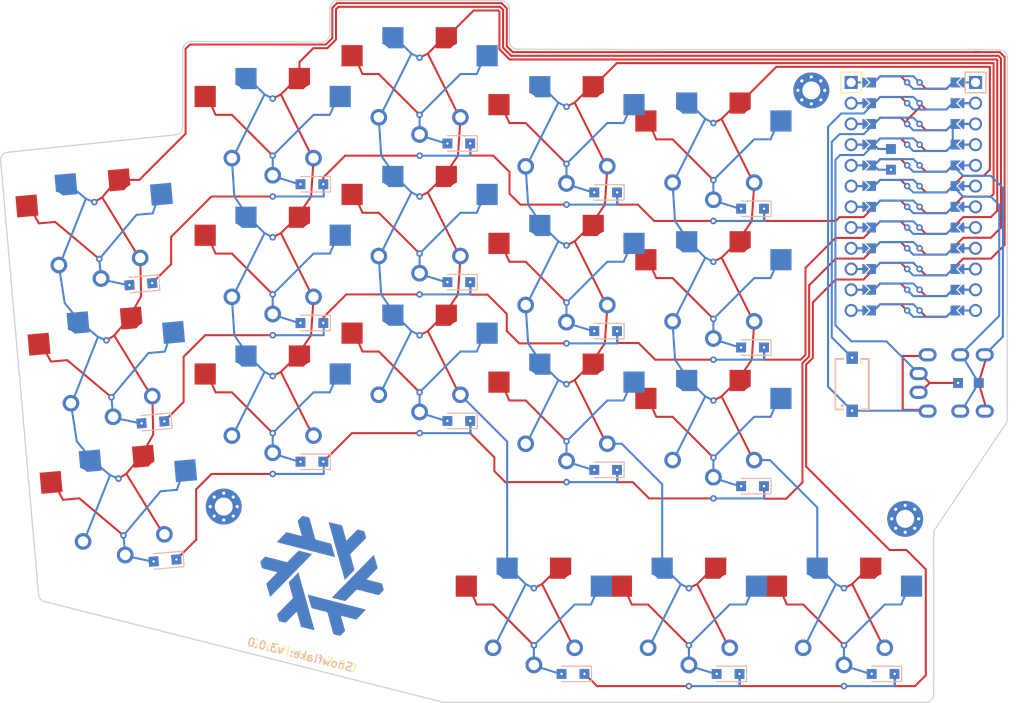
<source format=kicad_pcb>
(kicad_pcb (version 20241229) (generator "pcbnew") (generator_version "9.0")
  (title_block (title "snowflake") (rev "v3.0.0") (company "Tygo van den Hurk"))
  (layers (0 "F.Cu" signal) (2 "B.Cu" signal) (13 "F.Paste" user) (15 "B.Paste" user) (5 "F.SilkS" user "F.Silkscreen") (7 "B.SilkS" user "B.Silkscreen") (1 "F.Mask" user) (3 "B.Mask" user) (25 "Edge.Cuts" user))
  (net 0 "")
  (net 1 "RAW")
  (net 2 "GND")
  (net 3 "RST")
  (net 4 "VCC")
  (net 5 "P21")
  (net 6 "P20")
  (net 7 "P19")
  (net 8 "P18")
  (net 9 "P15")
  (net 10 "P14")
  (net 11 "P16")
  (net 12 "P10")
  (net 13 "P1")
  (net 14 "P0")
  (net 15 "P2")
  (net 16 "P3")
  (net 17 "P4")
  (net 18 "P5")
  (net 19 "P6")
  (net 20 "P7")
  (net 21 "P8")
  (net 22 "P9")
  (net 23 "matrix_pinky_bottom")
  (net 24 "matrix_pinky_home")
  (net 25 "matrix_pinky_top")
  (net 26 "matrix_ring_bottom")
  (net 27 "matrix_ring_home")
  (net 28 "matrix_ring_top")
  (net 29 "matrix_middle_bottom")
  (net 30 "matrix_middle_home")
  (net 31 "matrix_middle_top")
  (net 32 "matrix_index_bottom")
  (net 33 "matrix_index_home")
  (net 34 "matrix_index_top")
  (net 35 "matrix_inner_bottom")
  (net 36 "matrix_inner_home")
  (net 37 "matrix_inner_top")
  (net 38 "thumbfan_near_thumb")
  (net 39 "thumbfan_home_thumb")
  (net 40 "thumbfan_far_thumb")
  (footprint "MountingHole_2.2mm_M2_Pad_Via" (layer "F.Cu") (at 112.587258 99.950428)
    (property "Reference" "_3" (hide yes))
    (property "Value" "")
  )
  (footprint "TRRS-PJ-320A-dual" (layer "F.Cu") (at 209.037258 85.950428 -90)
    (property "Reference" "TRRS1" (hide yes))
    (property "Value" "TRRS-PJ-320A-dual" (hide yes))
  )
  (footprint "PG1350" (layer "F.Cu") (at 154.587258 54.450428)
    (property "Reference" "S13" (hide yes))
    (property "Value" "" (hide yes))
  )
  (footprint "PG1350" (layer "F.Cu") (at 118.587258 87.450428 180)
    (property "Reference" "S23" (hide yes))
    (property "Value" "" (hide yes))
  )
  (footprint "Diode_SMD:Nexperia_CFP3_SOD-123W" (layer "F.Cu") (at 174.387258 120.450428 180)
    (property "Reference" "D17" (hide yes))
    (property "Value" "Nexperia_CFP3_SOD-123W" (hide yes))
  )
  (footprint "PG1350" (layer "F.Cu") (at 100 100 5)
    (property "Reference" "S2" (hide yes))
    (property "Value" "" (hide yes))
  )
  (footprint "PG1350" (layer "F.Cu") (at 98.518352 83.06469 -175)
    (property "Reference" "S21" (hide yes))
    (property "Value" "" (hide yes))
  )
  (footprint "Diode_SMD:Nexperia_CFP3_SOD-123W" (layer "F.Cu") (at 155.387258 120.450428 180)
    (property "Reference" "D16" (hide yes))
    (property "Value" "Nexperia_CFP3_SOD-123W" (hide yes))
  )
  (footprint "Jumper_1TH_2SMD" (layer "F.Cu") (at 194.337258 57.400428 90)
    (property "Reference" "threeWayJumper1" (hide yes))
    (property "Value" "Jumper" (hide yes))
  )
  (footprint "Diode_SMD:Nexperia_CFP3_SOD-123W" (layer "F.Cu") (at 159.387258 78.450428 180)
    (property "Reference" "D11" (hide yes))
    (property "Value" "Nexperia_CFP3_SOD-123W" (hide yes))
  )
  (footprint "Diode_SMD:Nexperia_CFP3_SOD-123W" (layer "F.Cu") (at 159.387258 61.450428 180)
    (property "Reference" "D12" (hide yes))
    (property "Value" "Nexperia_CFP3_SOD-123W" (hide yes))
  )
  (footprint "PG1350" (layer "F.Cu") (at 172.587258 90.450428 180)
    (property "Reference" "S32" (hide yes))
    (property "Value" "" (hide yes))
  )
  (footprint "PG1350" (layer "F.Cu") (at 154.587258 88.450428)
    (property "Reference" "S11" (hide yes))
    (property "Value" "" (hide yes))
  )
  (footprint "Diode_SMD:Nexperia_CFP3_SOD-123W" (layer "F.Cu") (at 123.387258 60.450428 180)
    (property "Reference" "D6" (hide yes))
    (property "Value" "Nexperia_CFP3_SOD-123W" (hide yes))
  )
  (footprint "PG1350" (layer "F.Cu") (at 118.587258 70.450428)
    (property "Reference" "S6" (hide yes))
    (property "Value" "" (hide yes))
  )
  (footprint "PG1350" (layer "F.Cu") (at 136.587258 82.450428)
    (property "Reference" "S8" (hide yes))
    (property "Value" "" (hide yes))
  )
  (footprint "Diode_SMD:Nexperia_CFP3_SOD-123W" (layer "F.Cu") (at 177.387258 63.450428 180)
    (property "Reference" "D15" (hide yes))
    (property "Value" "Nexperia_CFP3_SOD-123W" (hide yes))
  )
  (footprint "PG1350" (layer "F.Cu") (at 172.587258 90.450428)
    (property "Reference" "S14" (hide yes))
    (property "Value" "" (hide yes))
  )
  (footprint "PG1350" (layer "F.Cu") (at 118.587258 87.450428)
    (property "Reference" "S5" (hide yes))
    (property "Value" "" (hide yes))
  )
  (footprint "Diode_SMD:Nexperia_CFP3_SOD-123W" (layer "F.Cu") (at 177.387258 80.450428 180)
    (property "Reference" "D14" (hide yes))
    (property "Value" "Nexperia_CFP3_SOD-123W" (hide yes))
  )
  (footprint "Diode_SMD:Nexperia_CFP3_SOD-123W" (layer "F.Cu") (at 123.387258 94.450428 180)
    (property "Reference" "D4" (hide yes))
    (property "Value" "Nexperia_CFP3_SOD-123W" (hide yes))
  )
  (footprint "PG1350" (layer "F.Cu") (at 97.036705 66.12938 5)
    (property "Reference" "S4" (hide yes))
    (property "Value" "" (hide yes))
  )
  (footprint "Diode_SMD:Nexperia_CFP3_SOD-123W" (layer "F.Cu") (at 159.387258 95.450428 180)
    (property "Reference" "D10" (hide yes))
    (property "Value" "Nexperia_CFP3_SOD-123W" (hide yes))
  )
  (footprint "Diode_SMD:Nexperia_CFP3_SOD-123W" (layer "F.Cu") (at 141.387258 72.450428 180)
    (property "Reference" "D8" (hide yes))
    (property "Value" "Nexperia_CFP3_SOD-123W" (hide yes))
  )
  (footprint "PG1350" (layer "F.Cu") (at 172.587258 73.450428 180)
    (property "Reference" "S33" (hide yes))
    (property "Value" "" (hide yes))
  )
  (footprint "Diode_SMD:Nexperia_CFP3_SOD-123W" (layer "F.Cu") (at 193.387258 120.450428 180)
    (property "Reference" "D18" (hide yes))
    (property "Value" "Nexperia_CFP3_SOD-123W" (hide yes))
  )
  (footprint "PG1350" (layer "F.Cu") (at 154.587258 71.450428)
    (property "Reference" "S12" (hide yes))
    (property "Value" "" (hide yes))
  )
  (footprint "Diode_SMD:Nexperia_CFP3_SOD-123W" (layer "F.Cu") (at 103.910177 89.619705 -175)
    (property "Reference" "D2" (hide yes))
    (property "Value" "Nexperia_CFP3_SOD-123W" (hide yes))
  )
  (footprint "Diode_SMD:Nexperia_CFP3_SOD-123W" (layer "F.Cu") (at 141.387258 55.450428 180)
    (property "Reference" "D9" (hide yes))
    (property "Value" "Nexperia_CFP3_SOD-123W" (hide yes))
  )
  (footprint "ProMicro" (layer "F.Cu") (at 197.087258 61.950428 -90)
    (property "Reference" "MCU1" (hide yes))
    (property "Value" "")
  )
  (footprint "Jumper_1TH_2SMD" (layer "F.Cu") (at 203.837258 84.800428)
    (property "Reference" "threeWayJumper2" (hide yes))
    (property "Value" "Jumper" (hide yes))
  )
  (footprint "PG1350" (layer "F.Cu") (at 150.587258 113.450428 180)
    (property "Reference" "S35" (hide yes))
    (property "Value" "" (hide yes))
  )
  (footprint "PG1350" (layer "F.Cu") (at 100 100 -175)
    (property "Reference" "S20" (hide yes))
    (property "Value" "" (hide yes))
  )
  (footprint "PG1350" (layer "F.Cu") (at 172.587258 56.450428)
    (property "Reference" "S16" (hide yes))
    (property "Value" "" (hide yes))
  )
  (footprint "PG1350" (layer "F.Cu") (at 136.587258 65.450428)
    (property "Reference" "S9" (hide yes))
    (property "Value" "" (hide yes))
  )
  (footprint "Diode_SMD:Nexperia_CFP3_SOD-123W" (layer "F.Cu") (at 123.387258 77.450428 180)
    (property "Reference" "D5" (hide yes))
    (property "Value" "Nexperia_CFP3_SOD-123W" (hide yes))
  )
  (footprint "PG1350" (layer "F.Cu") (at 172.587258 56.450428 180)
    (property "Reference" "S34" (hide yes))
    (property "Value" "" (hide yes))
  )
  (footprint "Diode_SMD:Nexperia_CFP3_SOD-123W" (layer "F.Cu") (at 105.391825 106.555015 -175)
    (property "Reference" "D1" (hide yes))
    (property "Value" "Nexperia_CFP3_SOD-123W" (hide yes))
  )
  (footprint "PG1350" (layer "F.Cu") (at 150.587258 113.450428)
    (property "Reference" "S17" (hide yes))
    (property "Value" "" (hide yes))
  )
  (footprint "PG1350" (layer "F.Cu") (at 154.587258 88.450428 180)
    (property "Reference" "S29" (hide yes))
    (property "Value" "" (hide yes))
  )
  (footprint "Diode_SMD:Nexperia_CFP3_SOD-123W" (layer "F.Cu") (at 141.387258 89.450428 180)
    (property "Reference" "D7" (hide yes))
    (property "Value" "Nexperia_CFP3_SOD-123W" (hide yes))
  )
  (footprint "Diode_SMD:Nexperia_CFP3_SOD-123W" (layer "F.Cu") (at 177.387258 97.450428 180)
    (property "Reference" "D13" (hide yes))
    (property "Value" "Nexperia_CFP3_SOD-123W" (hide yes))
  )
  (footprint "PG1350" (layer "F.Cu") (at 118.587258 53.450428 180)
    (property "Reference" "S25" (hide yes))
    (property "Value" "" (hide yes))
  )
  (footprint "MountingHole_2.2mm_M2_Pad_Via" (layer "F.Cu") (at 184.587258 48.950428)
    (property "Reference" "_1" (hide yes))
    (property "Value" "")
  )
  (footprint "PG1350" (layer "F.Cu") (at 154.587258 54.450428 180)
    (property "Reference" "S31" (hide yes))
    (property "Value" "" (hide yes))
  )
  (footprint "MountingHole_2.2mm_M2_Pad_Via" (layer "F.Cu") (at 196.087258 101.450428)
    (property "Reference" "_2" (hide yes))
    (property "Value" "")
  )
  (footprint "PG1350" (layer "F.Cu") (at 188.587258 113.450428 180)
    (property "Reference" "S37" (hide yes))
    (property "Value" "" (hide yes))
  )
  (footprint "PG1350" (layer "F.Cu") (at 98.518352 83.06469 5)
    (property "Reference" "S3" (hide yes))
    (property "Value" "" (hide yes))
  )
  (footprint "PG1350" (layer "F.Cu") (at 136.587258 65.450428 180)
    (property "Reference" "S27" (hide yes))
    (property "Value" "" (hide yes))
  )
  (footprint "PG1350" (layer "F.Cu") (at 136.587258 48.450428 180)
    (property "Reference" "S28" (hide yes))
    (property "Value" "" (hide yes))
  )
  (footprint "PG1350" (layer "F.Cu") (at 118.587258 53.450428)
    (property "Reference" "S7" (hide yes))
    (property "Value" "" (hide yes))
  )
  (footprint "Diode_SMD:Nexperia_CFP3_SOD-123W" (layer "F.Cu") (at 102.42853 72.684396 -175)
    (property "Reference" "D3" (hide yes))
    (property "Value" "Nexperia_CFP3_SOD-123W" (hide yes))
  )
  (footprint "PG1350" (layer "F.Cu") (at 169.587258 113.450428)
    (property "Reference" "S18" (hide yes))
    (property "Value" "" (hide yes))
  )
  (footprint "PG1350" (layer "F.Cu") (at 169.587258 113.450428 180)
    (property "Reference" "S36" (hide yes))
    (property "Value" "" (hide yes))
  )
  (footprint "PG1350" (layer "F.Cu") (at 154.587258 71.450428 180)
    (property "Reference" "S30" (hide yes))
    (property "Value" "" (hide yes))
  )
  (footprint "434121025816" (layer "F.Cu") (at 189.587258 84.950428 -90)
    (property "Reference" "S1" (hide yes))
    (property "Value" "" (hide yes))
  )
  (footprint "PG1350" (layer "F.Cu") (at 172.587258 73.450428)
    (property "Reference" "S15" (hide yes))
    (property "Value" "" (hide yes))
  )
  (footprint "PG1350" (layer "F.Cu") (at 136.587258 48.450428)
    (property "Reference" "S10" (hide yes))
    (property "Value" "" (hide yes))
  )
  (footprint "PG1350" (layer "F.Cu") (at 97.036705 66.12938 -175)
    (property "Reference" "S22" (hide yes))
    (property "Value" "" (hide yes))
  )
  (footprint "PG1350" (layer "F.Cu") (at 188.587258 113.450428)
    (property "Reference" "S19" (hide yes))
    (property "Value" "" (hide yes))
  )
  (footprint "PG1350" (layer "F.Cu") (at 136.587258 82.450428 180)
    (property "Reference" "S26" (hide yes))
    (property "Value" "" (hide yes))
  )
  (footprint "PG1350" (layer "F.Cu") (at 118.587258 70.450428 180)
    (property "Reference" "S24" (hide yes))
    (property "Value" "" (hide yes))
  )
  (gr_poly (pts (xy 126.200982 106.126291) (xy 126.05598 106.089053) (xy 125.91053 106.051701) (xy 125.765164 106.014369) (xy 125.619878 105.977059) (xy 125.474402 105.939699) (xy 125.329331 105.902444) (xy 125.183994 105.86512) (xy 125.038749 105.82782) (xy 124.893279 105.790462) (xy 124.748343 105.753241) (xy 124.602814 105.715868) (xy 124.457471 105.678542) (xy 124.312433 105.641296) (xy 124.167108 105.603975) (xy 124.021969 105.566702) (xy 123.876223 105.529273) (xy 123.731463 105.492097) (xy 123.586173 105.454786) (xy 123.440637 105.417411) (xy 123.295126 105.380042) (xy 123.1499 105.342747) (xy 123.004558 105.305422) (xy 122.85933 105.268126) (xy 122.714439 105.230917) (xy 122.568802 105.193516) (xy 122.423612 105.15623) (xy 122.278111 105.118864) (xy 122.132849 105.081559) (xy 121.987729 105.044291) (xy 121.842352 105.006957) (xy 121.696979 104.969624) (xy 121.551881 104.932362) (xy 121.406731 104.895086) (xy 121.261251 104.857725) (xy 121.11582 104.820377) (xy 120.970848 104.783147) (xy 120.825638 104.745856) (xy 120.680202 104.708507) (xy 120.53467 104.671133) (xy 120.389829 104.633937) (xy 120.244081 104.596507) (xy 120.099213 104.559304) (xy 119.95398 104.522007) (xy 119.808465 104.484637) (xy 119.663042 104.447291) (xy 119.518137 104.410079) (xy 119.372593 104.372702) (xy 119.227264 104.33538) (xy 119.111402 104.289641) (xy 119.215287 104.181547) (xy 119.319353 104.073265) (xy 119.423115 103.965299) (xy 119.527163 103.857035) (xy 119.63113 103.748856) (xy 119.734897 103.640885) (xy 119.838852 103.532719) (xy 119.942874 103.424482) (xy 120.046934 103.316206) (xy 120.150851 103.208079) (xy 120.254586 103.100142) (xy 120.395128 103.121124) (xy 120.540289 103.158825) (xy 120.685476 103.196531) (xy 120.830612 103.234225) (xy 120.976069 103.272002) (xy 121.120925 103.309624) (xy 121.266462 103.347421) (xy 121.411338 103.385047) (xy 121.55675 103.422813) (xy 121.701483 103.460402) (xy 121.846754 103.498131) (xy 121.99199 103.535851) (xy 122.137189 103.57356) (xy 122.139288 103.470181) (xy 122.099455 103.326055) (xy 122.059364 103.180993) (xy 122.019461 103.036613) (xy 121.979463 102.891889) (xy 121.939602 102.747662) (xy 121.899655 102.603123) (xy 121.859616 102.458253) (xy 121.819717 102.313886) (xy 121.77971 102.169131) (xy 121.739713 102.024408) (xy 121.699732 101.879747) (xy 121.659861 101.735483) (xy 121.719885 101.616685) (xy 121.824834 101.509599) (xy 121.930109 101.402181) (xy 122.034997 101.295156) (xy 122.139872 101.188147) (xy 122.249181 101.096802) (xy 122.394705 101.133995) (xy 122.539752 101.171066) (xy 122.685547 101.208329) (xy 122.830451 101.245364) (xy 122.976134 101.282597) (xy 123.078726 101.363425) (xy 123.118497 101.507628) (xy 123.158476 101.652578) (xy 123.198312 101.797016) (xy 123.238178 101.941559) (xy 123.278088 102.086265) (xy 123.317985 102.230923) (xy 123.357788 102.375238) (xy 123.397746 102.520116) (xy 123.437541 102.664401) (xy 123.477433 102.80904) (xy 123.517274 102.953494) (xy 123.557264 103.098489) (xy 123.597099 103.242922) (xy 123.636919 103.387298) (xy 123.676907 103.532288) (xy 123.716735 103.676691) (xy 123.756628 103.821336) (xy 123.796488 103.965856) (xy 123.918791 104.026907) (xy 124.063927 104.064485) (xy 124.208901 104.102022) (xy 124.354433 104.139704) (xy 124.499703 104.177317) (xy 124.644922 104.214917) (xy 124.789993 104.252479) (xy 124.935438 104.290137) (xy 125.080304 104.327646) (xy 125.225627 104.365273) (xy 125.370977 104.402907) (xy 125.516163 104.440498) (xy 125.661383 104.478099) (xy 125.760135 104.562802) (xy 125.800967 104.70759) (xy 125.841582 104.851609) (xy 125.882329 104.996096) (xy 125.923027 105.14041) (xy 125.963706 105.284657) (xy 126.004443 105.429108) (xy 126.045214 105.573679) (xy 126.085851 105.717775) (xy 126.126564 105.862143) (xy 126.167317 106.006653)) (fill yes) (layer "F.Cu"))
  (gr_poly (pts (xy 121.732303 108.026664) (xy 121.772555 108.170858) (xy 121.812931 108.315497) (xy 121.853285 108.460054) (xy 121.893616 108.604531) (xy 121.934 108.749196) (xy 121.974271 108.893459) (xy 122.014616 109.037986) (xy 122.054936 109.182423) (xy 122.095318 109.327082) (xy 122.135551 109.471211) (xy 122.17595 109.615929) (xy 122.216297 109.760463) (xy 122.256559 109.904692) (xy 122.2969 110.049208) (xy 122.337191 110.193538) (xy 122.377649 110.338473) (xy 122.417834 110.482426) (xy 122.458166 110.626907) (xy 122.498567 110.771632) (xy 122.53896 110.916333) (xy 122.579275 111.06075) (xy 122.619621 111.205282) (xy 122.659936 111.349701) (xy 122.700157 111.493785) (xy 122.740586 111.638611) (xy 122.78089 111.782993) (xy 122.821281 111.927683) (xy 122.861605 112.072136) (xy 122.90189 112.216448) (xy 122.942246 112.361014) (xy 122.982601 112.505578) (xy 123.02288 112.649867) (xy 123.063173 112.794209) (xy 123.103558 112.938879) (xy 123.143929 113.0835) (xy 123.184173 113.227665) (xy 123.224483 113.372065) (xy 123.264856 113.516691) (xy 123.305255 113.661413) (xy 123.345463 113.805447) (xy 123.385922 113.950383) (xy 123.426137 114.094444) (xy 123.466453 114.238868) (xy 123.506847 114.383573) (xy 123.547216 114.528186) (xy 123.587442 114.672284) (xy 123.627844 114.817016) (xy 123.668187 114.961536) (xy 123.686507 115.084745) (xy 123.540952 115.048825) (xy 123.395144 115.012842) (xy 123.249762 114.976965) (xy 123.103979 114.940988) (xy 122.95831 114.90504) (xy 122.81292 114.86916) (xy 122.667268 114.833216) (xy 122.521522 114.797249) (xy 122.375722 114.761268) (xy 122.230123 114.725337) (xy 122.084779 114.689469) (xy 122.032679 114.557264) (xy 121.992748 114.412701) (xy 121.95281 114.268112) (xy 121.912885 114.123573) (xy 121.872873 113.978716) (xy 121.833025 113.834455) (xy 121.792991 113.689518) (xy 121.753138 113.545239) (xy 121.713138 113.400426) (xy 121.673325 113.256289) (xy 121.633363 113.111616) (xy 121.593411 112.966977) (xy 121.55347 112.822377) (xy 121.462891 112.872249) (xy 121.357991 112.978808) (xy 121.252409 113.086059) (xy 121.147324 113.192806) (xy 121.041988 113.299807) (xy 120.937014 113.406441) (xy 120.831813 113.513306) (xy 120.726371 113.620416) (xy 120.621296 113.727153) (xy 120.515938 113.834177) (xy 120.410603 113.941178) (xy 120.305313 114.048132) (xy 120.200312 114.154794) (xy 120.067418 114.16221) (xy 119.922204 114.124865) (xy 119.77654 114.087403) (xy 119.63141 114.050079) (xy 119.4863 114.01276) (xy 119.352538 113.963768) (xy 119.311986 113.819145) (xy 119.271567 113.674994) (xy 119.23094 113.530101) (xy 119.190561 113.386092) (xy 119.149965 113.241311) (xy 119.168668 113.11205) (xy 119.273665 113.005505) (xy 119.379207 112.898408) (xy 119.484375 112.79169) (xy 119.589621 112.684893) (xy 119.694985 112.577977) (xy 119.800313 112.471096) (xy 119.905392 112.364468) (xy 120.010881 112.257424) (xy 120.115939 112.150819) (xy 120.221254 112.043952) (xy 120.326434 111.937222) (xy 120.432009 111.830091) (xy 120.537173 111.723377) (xy 120.642297 111.616704) (xy 120.747867 111.509578) (xy 120.853011 111.402885) (xy 120.95833 111.296013) (xy 121.063559 111.189234) (xy 121.055278 111.052791) (xy 121.015254 110.90831) (xy 120.975275 110.76399) (xy 120.935142 110.619115) (xy 120.895081 110.474501) (xy 120.855034 110.329938) (xy 120.815028 110.185522) (xy 120.774919 110.040734) (xy 120.734969 109.896522) (xy 120.694893 109.751854) (xy 120.654811 109.607161) (xy 120.614773 109.46263) (xy 120.574726 109.318066) (xy 120.598705 109.190193) (xy 120.703679 109.082438) (xy 120.808096 108.975255) (xy 120.912852 108.867723) (xy 121.017483 108.76032) (xy 121.122064 108.652968) (xy 121.226794 108.545463) (xy 121.331611 108.437869) (xy 121.436083 108.330628) (xy 121.540753 108.223185) (xy 121.645525 108.115637)) (fill yes) (layer "F.Cu"))
  (gr_poly (pts (xy 122.893535 110.754566) (xy 123.038537 110.791804) (xy 123.183987 110.829156) (xy 123.329353 110.866488) (xy 123.474639 110.903798) (xy 123.620115 110.941158) (xy 123.765186 110.978413) (xy 123.910523 111.015737) (xy 124.055768 111.053037) (xy 124.201238 111.090395) (xy 124.346174 111.127616) (xy 124.491703 111.164989) (xy 124.637046 111.202315) (xy 124.782084 111.239561) (xy 124.927408 111.276882) (xy 125.072547 111.314155) (xy 125.218294 111.351584) (xy 125.363054 111.38876) (xy 125.508344 111.426071) (xy 125.65388 111.463446) (xy 125.79939 111.500815) (xy 125.944617 111.53811) (xy 126.089958 111.575435) (xy 126.235187 111.612731) (xy 126.380078 111.64994) (xy 126.525714 111.687341) (xy 126.670905 111.724627) (xy 126.816405 111.761993) (xy 126.961668 111.799298) (xy 127.106788 111.836566) (xy 127.252165 111.8739) (xy 127.397538 111.911233) (xy 127.542636 111.948495) (xy 127.687786 111.985771) (xy 127.833266 112.023132) (xy 127.978697 112.06048) (xy 128.123669 112.09771) (xy 128.268879 112.135001) (xy 128.414315 112.17235) (xy 128.559847 112.209724) (xy 128.704688 112.24692) (xy 128.850436 112.28435) (xy 128.995304 112.321553) (xy 129.140537 112.35885) (xy 129.286052 112.39622) (xy 129.431475 112.433566) (xy 129.57638 112.470779) (xy 129.721923 112.508155) (xy 129.867252 112.545477) (xy 129.983115 112.591216) (xy 129.879229 112.69931) (xy 129.775164 112.807592) (xy 129.671402 112.915558) (xy 129.567354 113.023822) (xy 129.463387 113.132001) (xy 129.359619 113.239972) (xy 129.255665 113.348138) (xy 129.151643 113.456375) (xy 129.047583 113.564651) (xy 128.943666 113.672778) (xy 128.839931 113.780715) (xy 128.699389 113.759733) (xy 128.554228 113.722033) (xy 128.409041 113.684326) (xy 128.263905 113.646632) (xy 128.118448 113.608855) (xy 127.973591 113.571233) (xy 127.828055 113.533436) (xy 127.683179 113.49581) (xy 127.537767 113.458044) (xy 127.393034 113.420455) (xy 127.247763 113.382726) (xy 127.102527 113.345007) (xy 126.957328 113.307297) (xy 126.955229 113.410676) (xy 126.995062 113.554802) (xy 127.035153 113.699864) (xy 127.075056 113.844244) (xy 127.115054 113.988968) (xy 127.154915 114.133195) (xy 127.194862 114.277734) (xy 127.234901 114.422604) (xy 127.2748 114.566971) (xy 127.314806 114.711726) (xy 127.354804 114.856449) (xy 127.394785 115.00111) (xy 127.434656 115.145374) (xy 127.374632 115.264172) (xy 127.269682 115.371258) (xy 127.164408 115.478676) (xy 127.05952 115.585701) (xy 126.954645 115.69271) (xy 126.845336 115.784056) (xy 126.699812 115.746862) (xy 126.554764 115.709791) (xy 126.40897 115.672528) (xy 126.264065 115.635493) (xy 126.118383 115.59826) (xy 126.015791 115.517433) (xy 125.976019 115.373229) (xy 125.936041 115.228279) (xy 125.896205 115.083841) (xy 125.856339 114.939298) (xy 125.816429 114.794592) (xy 125.776531 114.649934) (xy 125.736729 114.505619) (xy 125.696771 114.360741) (xy 125.656976 114.216456) (xy 125.617084 114.071817) (xy 125.577243 113.927363) (xy 125.537253 113.782368) (xy 125.497418 113.637935) (xy 125.457598 113.493559) (xy 125.41761 113.348569) (xy 125.377782 113.204166) (xy 125.337889 113.059521) (xy 125.298029 112.915001) (xy 125.175726 112.85395) (xy 125.03059 112.816372) (xy 124.885616 112.778835) (xy 124.740083 112.741154) (xy 124.594813 112.70354) (xy 124.449594 112.66594) (xy 124.304523 112.628378) (xy 124.159079 112.59072) (xy 124.014213 112.553211) (xy 123.86889 112.515584) (xy 123.72354 112.47795) (xy 123.578354 112.440359) (xy 123.433134 112.402758) (xy 123.334382 112.318055) (xy 123.29355 112.173267) (xy 123.252935 112.029248) (xy 123.212188 111.884761) (xy 123.17149 111.740447) (xy 123.130811 111.5962) (xy 123.090074 111.451749) (xy 123.049303 111.307178) (xy 123.008666 111.163082) (xy 122.967953 111.018714) (xy 122.927199 110.874204)) (fill yes) (layer "F.Cu"))
  (gr_poly (pts (xy 123.406026 105.772526) (xy 123.301276 105.879483) (xy 123.196203 105.986769) (xy 123.09119 106.093995) (xy 122.986235 106.201161) (xy 122.881143 106.308467) (xy 122.776344 106.415474) (xy 122.671351 106.522678) (xy 122.566426 106.629814) (xy 122.461338 106.737115) (xy 122.356636 106.844023) (xy 122.251505 106.951369) (xy 122.146509 107.058577) (xy 122.041733 107.165559) (xy 121.93675 107.272754) (xy 121.831902 107.379812) (xy 121.726614 107.487317) (xy 121.622039 107.594095) (xy 121.517081 107.701264) (xy 121.411945 107.808615) (xy 121.306828 107.915946) (xy 121.201916 108.023068) (xy 121.096921 108.130275) (xy 120.992008 108.237399) (xy 120.887338 108.344274) (xy 120.782129 108.451698) (xy 120.677243 108.558794) (xy 120.572134 108.666118) (xy 120.467195 108.773267) (xy 120.36236 108.88031) (xy 120.25734 108.987543) (xy 120.152322 109.094774) (xy 120.047503 109.201801) (xy 119.942646 109.308867) (xy 119.83755 109.416176) (xy 119.732491 109.523449) (xy 119.627762 109.630383) (xy 119.522863 109.737493) (xy 119.417799 109.844769) (xy 119.312666 109.952117) (xy 119.208033 110.058955) (xy 119.102744 110.166462) (xy 118.998091 110.27332) (xy 118.893174 110.380446) (xy 118.788054 110.487781) (xy 118.683 110.595049) (xy 118.57832 110.701934) (xy 118.473179 110.809289) (xy 118.368193 110.916487) (xy 118.270651 110.993958) (xy 118.228981 110.849943) (xy 118.187239 110.705678) (xy 118.145619 110.561835) (xy 118.103884 110.417595) (xy 118.062181 110.273468) (xy 118.020559 110.129616) (xy 117.978862 109.985506) (xy 117.937137 109.841302) (xy 117.895397 109.697046) (xy 117.853715 109.552987) (xy 117.812106 109.409182) (xy 117.900548 109.29796) (xy 118.005778 109.191097) (xy 118.111027 109.084215) (xy 118.216239 108.97737) (xy 118.321683 108.870289) (xy 118.426692 108.76365) (xy 118.532194 108.656511) (xy 118.637218 108.549858) (xy 118.742629 108.44281) (xy 118.847549 108.336262) (xy 118.952858 108.229318) (xy 119.058143 108.122399) (xy 119.1634 108.015509) (xy 119.07492 107.962001) (xy 118.930188 107.924435) (xy 118.784514 107.886624) (xy 118.639526 107.848991) (xy 118.494192 107.811268) (xy 118.349358 107.773675) (xy 118.204209 107.736) (xy 118.058729 107.69824) (xy 117.913754 107.66061) (xy 117.76839 107.62288) (xy 117.623057 107.585157) (xy 117.477786 107.547451) (xy 117.332914 107.509848) (xy 117.260044 107.398467) (xy 117.21978 107.254035) (xy 117.17939 107.109156) (xy 117.139149 106.964807) (xy 117.098913 106.820479) (xy 117.07446 106.680141) (xy 117.179432 106.572711) (xy 117.284061 106.465631) (xy 117.389228 106.358001) (xy 117.493754 106.251027) (xy 117.598841 106.143479) (xy 117.720135 106.095046) (xy 117.864904 106.132704) (xy 118.010424 106.170558) (xy 118.155429 106.208277) (xy 118.30054 106.246024) (xy 118.445814 106.283813) (xy 118.59104 106.32159) (xy 118.735922 106.359277) (xy 118.881369 106.397112) (xy 119.026221 106.434791) (xy 119.171428 106.472563) (xy 119.316449 106.510287) (xy 119.462014 106.548152) (xy 119.607014 106.58587) (xy 119.751957 106.623573) (xy 119.897516 106.661437) (xy 120.042487 106.699148) (xy 120.1877 106.736921) (xy 120.332788 106.774662) (xy 120.446811 106.699269) (xy 120.551922 106.592368) (xy 120.656918 106.485584) (xy 120.762317 106.37839) (xy 120.867526 106.271389) (xy 120.972698 106.164426) (xy 121.077763 106.057572) (xy 121.183098 105.950442) (xy 121.288015 105.843739) (xy 121.393262 105.736699) (xy 121.498529 105.629639) (xy 121.603678 105.5227) (xy 121.70885 105.415736) (xy 121.831581 105.372566) (xy 121.977387 105.409599) (xy 122.122419 105.446435) (xy 122.267922 105.48339) (xy 122.413251 105.520302) (xy 122.558511 105.557196) (xy 122.703978 105.594142) (xy 122.849566 105.631119) (xy 122.994676 105.667975) (xy 123.140058 105.7049) (xy 123.285584 105.741861)) (fill yes) (layer "F.Cu"))
  (gr_poly (pts (xy 127.422214 108.924193) (xy 127.381962 108.779999) (xy 127.341585 108.63536) (xy 127.301232 108.490803) (xy 127.260901 108.346326) (xy 127.220517 108.201661) (xy 127.180246 108.057398) (xy 127.139901 107.91287) (xy 127.099581 107.768434) (xy 127.059199 107.623775) (xy 127.018965 107.479646) (xy 126.978567 107.334928) (xy 126.93822 107.190394) (xy 126.897958 107.046165) (xy 126.857616 106.901649) (xy 126.817326 106.757319) (xy 126.776867 106.612384) (xy 126.736682 106.468431) (xy 126.69635 106.32395) (xy 126.65595 106.179225) (xy 126.615557 106.034524) (xy 126.575242 105.890107) (xy 126.534896 105.745575) (xy 126.494581 105.601156) (xy 126.454359 105.457072) (xy 126.413931 105.312246) (xy 126.373627 105.167864) (xy 126.333236 105.023174) (xy 126.292912 104.878721) (xy 126.252627 104.734409) (xy 126.212271 104.589842) (xy 126.171915 104.445279) (xy 126.131637 104.300989) (xy 126.091344 104.156648) (xy 126.050959 104.011978) (xy 126.010587 103.867357) (xy 125.970343 103.723192) (xy 125.930034 103.578792) (xy 125.889661 103.434166) (xy 125.849262 103.289444) (xy 125.809054 103.14541) (xy 125.768595 103.000474) (xy 125.72838 102.856413) (xy 125.688064 102.711989) (xy 125.647669 102.567284) (xy 125.6073 102.422671) (xy 125.567075 102.278573) (xy 125.526673 102.133841) (xy 125.48633 101.989321) (xy 125.46801 101.866112) (xy 125.613565 101.902032) (xy 125.759373 101.938015) (xy 125.904755 101.973892) (xy 126.050538 102.009869) (xy 126.196207 102.045817) (xy 126.341597 102.081697) (xy 126.487248 102.117641) (xy 126.632995 102.153608) (xy 126.778795 102.189589) (xy 126.924394 102.22552) (xy 127.069738 102.261388) (xy 127.121838 102.393593) (xy 127.161769 102.538156) (xy 127.201707 102.682745) (xy 127.241632 102.827284) (xy 127.281644 102.972141) (xy 127.321492 103.116402) (xy 127.361526 103.261338) (xy 127.401379 103.405618) (xy 127.441379 103.550431) (xy 127.481192 103.694568) (xy 127.521154 103.839241) (xy 127.561106 103.983879) (xy 127.601047 104.12848) (xy 127.691626 104.078608) (xy 127.796526 103.972049) (xy 127.902108 103.864797) (xy 128.007193 103.758051) (xy 128.112529 103.651049) (xy 128.217502 103.544416) (xy 128.322704 103.437551) (xy 128.428146 103.330441) (xy 128.533221 103.223704) (xy 128.638579 103.11668) (xy 128.743914 103.009679) (xy 128.849204 102.902725) (xy 128.954205 102.796063) (xy 129.087099 102.788647) (xy 129.232313 102.825992) (xy 129.377977 102.863454) (xy 129.523107 102.900778) (xy 129.668217 102.938097) (xy 129.801979 102.987089) (xy 129.842531 103.131712) (xy 129.88295 103.275863) (xy 129.923577 103.420756) (xy 129.963956 103.564765) (xy 130.004552 103.709546) (xy 129.985849 103.838807) (xy 129.880852 103.945352) (xy 129.775309 104.052449) (xy 129.670142 104.159167) (xy 129.564896 104.265963) (xy 129.459532 104.37288) (xy 129.354204 104.479761) (xy 129.249125 104.586389) (xy 129.143635 104.693432) (xy 129.038578 104.800038) (xy 128.933263 104.906905) (xy 128.828083 105.013635) (xy 128.722508 105.120766) (xy 128.617344 105.22748) (xy 128.51222 105.334153) (xy 128.40665 105.441279) (xy 128.301506 105.547972) (xy 128.196187 105.654843) (xy 128.090958 105.761623) (xy 128.099238 105.898066) (xy 128.139262 106.042546) (xy 128.179242 106.186866) (xy 128.219375 106.331742) (xy 128.259436 106.476356) (xy 128.299483 106.620919) (xy 128.339489 106.765335) (xy 128.379598 106.910123) (xy 128.419548 107.054335) (xy 128.459623 107.199002) (xy 128.499706 107.343696) (xy 128.539744 107.488227) (xy 128.579791 107.632791) (xy 128.555812 107.760664) (xy 128.450838 107.868419) (xy 128.346421 107.975602) (xy 128.241665 108.083134) (xy 128.137034 108.190537) (xy 128.032453 108.297889) (xy 127.927723 108.405394) (xy 127.822906 108.512988) (xy 127.718433 108.620229) (xy 127.613764 108.727672) (xy 127.508992 108.83522)) (fill yes) (layer "F.Cu"))
  (gr_poly (pts (xy 125.848491 111.108331) (xy 125.95324 111.001374) (xy 126.058313 110.894088) (xy 126.163327 110.786862) (xy 126.268282 110.679696) (xy 126.373374 110.57239) (xy 126.478173 110.465383) (xy 126.583165 110.358179) (xy 126.688091 110.251043) (xy 126.793179 110.143742) (xy 126.897881 110.036833) (xy 127.003012 109.929488) (xy 127.108008 109.82228) (xy 127.212783 109.715298) (xy 127.317766 109.608103) (xy 127.422615 109.501045) (xy 127.527903 109.393539) (xy 127.632478 109.286762) (xy 127.737436 109.179593) (xy 127.842571 109.072242) (xy 127.947689 108.964911) (xy 128.0526 108.857789) (xy 128.157596 108.750582) (xy 128.262509 108.643458) (xy 128.367179 108.536583) (xy 128.472387 108.429159) (xy 128.577273 108.322063) (xy 128.682383 108.214739) (xy 128.787321 108.10759) (xy 128.892157 108.000546) (xy 128.997177 107.893314) (xy 129.102195 107.786083) (xy 129.207014 107.679056) (xy 129.311871 107.57199) (xy 129.416967 107.464681) (xy 129.522026 107.357408) (xy 129.626754 107.250474) (xy 129.731654 107.143364) (xy 129.836717 107.036088) (xy 129.94185 106.92874) (xy 130.046484 106.821902) (xy 130.151773 106.714395) (xy 130.256426 106.607537) (xy 130.361342 106.500411) (xy 130.466463 106.393076) (xy 130.571517 106.285808) (xy 130.676197 106.178923) (xy 130.781338 106.071568) (xy 130.886324 105.96437) (xy 130.983866 105.886899) (xy 131.025536 106.030914) (xy 131.067278 106.175179) (xy 131.108898 106.319022) (xy 131.150633 106.463262) (xy 131.192335 106.607389) (xy 131.233958 106.751241) (xy 131.275655 106.895351) (xy 131.31738 107.039555) (xy 131.359119 107.183811) (xy 131.400802 107.327869) (xy 131.442411 107.471675) (xy 131.353968 107.582897) (xy 131.248739 107.68976) (xy 131.14349 107.796642) (xy 131.038278 107.903487) (xy 130.932834 108.010568) (xy 130.827824 108.117207) (xy 130.722323 108.224346) (xy 130.617299 108.330999) (xy 130.511888 108.438047) (xy 130.406968 108.544595) (xy 130.301658 108.651539) (xy 130.196374 108.758457) (xy 130.091117 108.865348) (xy 130.179596 108.918856) (xy 130.324329 108.956422) (xy 130.470003 108.994233) (xy 130.61499 109.031866) (xy 130.760325 109.069589) (xy 130.905159 109.107182) (xy 131.050307 109.144857) (xy 131.195788 109.182617) (xy 131.340762 109.220247) (xy 131.486127 109.257977) (xy 131.63146 109.2957) (xy 131.77673 109.333406) (xy 131.921602 109.371009) (xy 131.994472 109.48239) (xy 132.034737 109.626822) (xy 132.075127 109.771701) (xy 132.115368 109.91605) (xy 132.155604 110.060378) (xy 132.180057 110.200716) (xy 132.075085 110.308146) (xy 131.970456 110.415225) (xy 131.865289 110.522856) (xy 131.760763 110.62983) (xy 131.655676 110.737378) (xy 131.534382 110.785811) (xy 131.389613 110.748153) (xy 131.244093 110.710299) (xy 131.099088 110.67258) (xy 130.953977 110.634833) (xy 130.808702 110.597044) (xy 130.663477 110.559267) (xy 130.518595 110.521579) (xy 130.373148 110.483745) (xy 130.228296 110.446065) (xy 130.083089 110.408293) (xy 129.938068 110.37057) (xy 129.792503 110.332705) (xy 129.647503 110.294987) (xy 129.50256 110.257284) (xy 129.357001 110.21942) (xy 129.21203 110.181709) (xy 129.066817 110.143936) (xy 128.921729 110.106195) (xy 128.807706 110.181588) (xy 128.702594 110.288489) (xy 128.597599 110.395273) (xy 128.4922 110.502467) (xy 128.386991 110.609468) (xy 128.281819 110.716431) (xy 128.176754 110.823285) (xy 128.071418 110.930415) (xy 127.966502 111.037118) (xy 127.861254 111.144158) (xy 127.755988 111.251218) (xy 127.650839 111.358157) (xy 127.545666 111.465121) (xy 127.422936 111.508291) (xy 127.27713 111.471258) (xy 127.132098 111.434422) (xy 126.986595 111.397467) (xy 126.841266 111.360555) (xy 126.696005 111.323661) (xy 126.550539 111.286715) (xy 126.404951 111.249738) (xy 126.259841 111.212882) (xy 126.114458 111.175957) (xy 125.968933 111.138996)) (fill yes) (layer "F.Cu"))
  (gr_poly (pts (xy 121.732303 108.026664) (xy 121.772555 108.170858) (xy 121.812931 108.315497) (xy 121.853285 108.460054) (xy 121.893616 108.604531) (xy 121.934 108.749196) (xy 121.974271 108.893459) (xy 122.014616 109.037986) (xy 122.054936 109.182423) (xy 122.095318 109.327082) (xy 122.135551 109.471211) (xy 122.17595 109.615929) (xy 122.216297 109.760463) (xy 122.256559 109.904692) (xy 122.2969 110.049208) (xy 122.337191 110.193538) (xy 122.377649 110.338473) (xy 122.417834 110.482426) (xy 122.458166 110.626907) (xy 122.498567 110.771632) (xy 122.53896 110.916333) (xy 122.579275 111.06075) (xy 122.619621 111.205282) (xy 122.659936 111.349701) (xy 122.700157 111.493785) (xy 122.740586 111.638611) (xy 122.78089 111.782993) (xy 122.821281 111.927683) (xy 122.861605 112.072136) (xy 122.90189 112.216448) (xy 122.942246 112.361014) (xy 122.982601 112.505578) (xy 123.02288 112.649867) (xy 123.063173 112.794209) (xy 123.103558 112.938879) (xy 123.143929 113.0835) (xy 123.184173 113.227665) (xy 123.224483 113.372065) (xy 123.264856 113.516691) (xy 123.305255 113.661413) (xy 123.345463 113.805447) (xy 123.385922 113.950383) (xy 123.426137 114.094444) (xy 123.466453 114.238868) (xy 123.506847 114.383573) (xy 123.547216 114.528186) (xy 123.587442 114.672284) (xy 123.627844 114.817016) (xy 123.668187 114.961536) (xy 123.686507 115.084745) (xy 123.540952 115.048825) (xy 123.395144 115.012842) (xy 123.249762 114.976965) (xy 123.103979 114.940988) (xy 122.95831 114.90504) (xy 122.81292 114.86916) (xy 122.667268 114.833216) (xy 122.521522 114.797249) (xy 122.375722 114.761268) (xy 122.230123 114.725337) (xy 122.084779 114.689469) (xy 122.032679 114.557264) (xy 121.992748 114.412701) (xy 121.95281 114.268112) (xy 121.912885 114.123573) (xy 121.872873 113.978716) (xy 121.833025 113.834455) (xy 121.792991 113.689518) (xy 121.753138 113.545239) (xy 121.713138 113.400426) (xy 121.673325 113.256289) (xy 121.633363 113.111616) (xy 121.593411 112.966977) (xy 121.55347 112.822377) (xy 121.462891 112.872249) (xy 121.357991 112.978808) (xy 121.252409 113.086059) (xy 121.147324 113.192806) (xy 121.041988 113.299807) (xy 120.937014 113.406441) (xy 120.831813 113.513306) (xy 120.726371 113.620416) (xy 120.621296 113.727153) (xy 120.515938 113.834177) (xy 120.410603 113.941178) (xy 120.305313 114.048132) (xy 120.200312 114.154794) (xy 120.067418 114.16221) (xy 119.922204 114.124865) (xy 119.77654 114.087403) (xy 119.63141 114.050079) (xy 119.4863 114.01276) (xy 119.352538 113.963768) (xy 119.311986 113.819145) (xy 119.271567 113.674994) (xy 119.23094 113.530101) (xy 119.190561 113.386092) (xy 119.149965 113.241311) (xy 119.168668 113.11205) (xy 119.273665 113.005505) (xy 119.379207 112.898408) (xy 119.484375 112.79169) (xy 119.589621 112.684893) (xy 119.694985 112.577977) (xy 119.800313 112.471096) (xy 119.905392 112.364468) (xy 120.010881 112.257424) (xy 120.115939 112.150819) (xy 120.221254 112.043952) (xy 120.326434 111.937222) (xy 120.432009 111.830091) (xy 120.537173 111.723377) (xy 120.642297 111.616704) (xy 120.747867 111.509578) (xy 120.853011 111.402885) (xy 120.95833 111.296013) (xy 121.063559 111.189234) (xy 121.055278 111.052791) (xy 121.015254 110.90831) (xy 120.975275 110.76399) (xy 120.935142 110.619115) (xy 120.895081 110.474501) (xy 120.855034 110.329938) (xy 120.815028 110.185522) (xy 120.774919 110.040734) (xy 120.734969 109.896522) (xy 120.694893 109.751854) (xy 120.654811 109.607161) (xy 120.614773 109.46263) (xy 120.574726 109.318066) (xy 120.598705 109.190193) (xy 120.703679 109.082438) (xy 120.808096 108.975255) (xy 120.912852 108.867723) (xy 121.017483 108.76032) (xy 121.122064 108.652968) (xy 121.226794 108.545463) (xy 121.331611 108.437869) (xy 121.436083 108.330628) (xy 121.540753 108.223185) (xy 121.645525 108.115637)) (fill yes) (layer "B.Cu"))
  (gr_poly (pts (xy 122.893535 110.754566) (xy 123.038537 110.791804) (xy 123.183987 110.829156) (xy 123.329353 110.866488) (xy 123.474639 110.903798) (xy 123.620115 110.941158) (xy 123.765186 110.978413) (xy 123.910523 111.015737) (xy 124.055768 111.053037) (xy 124.201238 111.090395) (xy 124.346174 111.127616) (xy 124.491703 111.164989) (xy 124.637046 111.202315) (xy 124.782084 111.239561) (xy 124.927408 111.276882) (xy 125.072547 111.314155) (xy 125.218294 111.351584) (xy 125.363054 111.38876) (xy 125.508344 111.426071) (xy 125.65388 111.463446) (xy 125.79939 111.500815) (xy 125.944617 111.53811) (xy 126.089958 111.575435) (xy 126.235187 111.612731) (xy 126.380078 111.64994) (xy 126.525714 111.687341) (xy 126.670905 111.724627) (xy 126.816405 111.761993) (xy 126.961668 111.799298) (xy 127.106788 111.836566) (xy 127.252165 111.8739) (xy 127.397538 111.911233) (xy 127.542636 111.948495) (xy 127.687786 111.985771) (xy 127.833266 112.023132) (xy 127.978697 112.06048) (xy 128.123669 112.09771) (xy 128.268879 112.135001) (xy 128.414315 112.17235) (xy 128.559847 112.209724) (xy 128.704688 112.24692) (xy 128.850436 112.28435) (xy 128.995304 112.321553) (xy 129.140537 112.35885) (xy 129.286052 112.39622) (xy 129.431475 112.433566) (xy 129.57638 112.470779) (xy 129.721923 112.508155) (xy 129.867252 112.545477) (xy 129.983115 112.591216) (xy 129.879229 112.69931) (xy 129.775164 112.807592) (xy 129.671402 112.915558) (xy 129.567354 113.023822) (xy 129.463387 113.132001) (xy 129.359619 113.239972) (xy 129.255665 113.348138) (xy 129.151643 113.456375) (xy 129.047583 113.564651) (xy 128.943666 113.672778) (xy 128.839931 113.780715) (xy 128.699389 113.759733) (xy 128.554228 113.722033) (xy 128.409041 113.684326) (xy 128.263905 113.646632) (xy 128.118448 113.608855) (xy 127.973591 113.571233) (xy 127.828055 113.533436) (xy 127.683179 113.49581) (xy 127.537767 113.458044) (xy 127.393034 113.420455) (xy 127.247763 113.382726) (xy 127.102527 113.345007) (xy 126.957328 113.307297) (xy 126.955229 113.410676) (xy 126.995062 113.554802) (xy 127.035153 113.699864) (xy 127.075056 113.844244) (xy 127.115054 113.988968) (xy 127.154915 114.133195) (xy 127.194862 114.277734) (xy 127.234901 114.422604) (xy 127.2748 114.566971) (xy 127.314806 114.711726) (xy 127.354804 114.856449) (xy 127.394785 115.00111) (xy 127.434656 115.145374) (xy 127.374632 115.264172) (xy 127.269682 115.371258) (xy 127.164408 115.478676) (xy 127.05952 115.585701) (xy 126.954645 115.69271) (xy 126.845336 115.784056) (xy 126.699812 115.746862) (xy 126.554764 115.709791) (xy 126.40897 115.672528) (xy 126.264065 115.635493) (xy 126.118383 115.59826) (xy 126.015791 115.517433) (xy 125.976019 115.373229) (xy 125.936041 115.228279) (xy 125.896205 115.083841) (xy 125.856339 114.939298) (xy 125.816429 114.794592) (xy 125.776531 114.649934) (xy 125.736729 114.505619) (xy 125.696771 114.360741) (xy 125.656976 114.216456) (xy 125.617084 114.071817) (xy 125.577243 113.927363) (xy 125.537253 113.782368) (xy 125.497418 113.637935) (xy 125.457598 113.493559) (xy 125.41761 113.348569) (xy 125.377782 113.204166) (xy 125.337889 113.059521) (xy 125.298029 112.915001) (xy 125.175726 112.85395) (xy 125.03059 112.816372) (xy 124.885616 112.778835) (xy 124.740083 112.741154) (xy 124.594813 112.70354) (xy 124.449594 112.66594) (xy 124.304523 112.628378) (xy 124.159079 112.59072) (xy 124.014213 112.553211) (xy 123.86889 112.515584) (xy 123.72354 112.47795) (xy 123.578354 112.440359) (xy 123.433134 112.402758) (xy 123.334382 112.318055) (xy 123.29355 112.173267) (xy 123.252935 112.029248) (xy 123.212188 111.884761) (xy 123.17149 111.740447) (xy 123.130811 111.5962) (xy 123.090074 111.451749) (xy 123.049303 111.307178) (xy 123.008666 111.163082) (xy 122.967953 111.018714) (xy 122.927199 110.874204)) (fill yes) (layer "B.Cu"))
  (gr_poly (pts (xy 126.200982 106.126291) (xy 126.05598 106.089053) (xy 125.91053 106.051701) (xy 125.765164 106.014369) (xy 125.619878 105.977059) (xy 125.474402 105.939699) (xy 125.329331 105.902444) (xy 125.183994 105.86512) (xy 125.038749 105.82782) (xy 124.893279 105.790462) (xy 124.748343 105.753241) (xy 124.602814 105.715868) (xy 124.457471 105.678542) (xy 124.312433 105.641296) (xy 124.167108 105.603975) (xy 124.021969 105.566702) (xy 123.876223 105.529273) (xy 123.731463 105.492097) (xy 123.586173 105.454786) (xy 123.440637 105.417411) (xy 123.295126 105.380042) (xy 123.1499 105.342747) (xy 123.004558 105.305422) (xy 122.85933 105.268126) (xy 122.714439 105.230917) (xy 122.568802 105.193516) (xy 122.423612 105.15623) (xy 122.278111 105.118864) (xy 122.132849 105.081559) (xy 121.987729 105.044291) (xy 121.842352 105.006957) (xy 121.696979 104.969624) (xy 121.551881 104.932362) (xy 121.406731 104.895086) (xy 121.261251 104.857725) (xy 121.11582 104.820377) (xy 120.970848 104.783147) (xy 120.825638 104.745856) (xy 120.680202 104.708507) (xy 120.53467 104.671133) (xy 120.389829 104.633937) (xy 120.244081 104.596507) (xy 120.099213 104.559304) (xy 119.95398 104.522007) (xy 119.808465 104.484637) (xy 119.663042 104.447291) (xy 119.518137 104.410079) (xy 119.372593 104.372702) (xy 119.227264 104.33538) (xy 119.111402 104.289641) (xy 119.215287 104.181547) (xy 119.319353 104.073265) (xy 119.423115 103.965299) (xy 119.527163 103.857035) (xy 119.63113 103.748856) (xy 119.734897 103.640885) (xy 119.838852 103.532719) (xy 119.942874 103.424482) (xy 120.046934 103.316206) (xy 120.150851 103.208079) (xy 120.254586 103.100142) (xy 120.395128 103.121124) (xy 120.540289 103.158825) (xy 120.685476 103.196531) (xy 120.830612 103.234225) (xy 120.976069 103.272002) (xy 121.120925 103.309624) (xy 121.266462 103.347421) (xy 121.411338 103.385047) (xy 121.55675 103.422813) (xy 121.701483 103.460402) (xy 121.846754 103.498131) (xy 121.99199 103.535851) (xy 122.137189 103.57356) (xy 122.139288 103.470181) (xy 122.099455 103.326055) (xy 122.059364 103.180993) (xy 122.019461 103.036613) (xy 121.979463 102.891889) (xy 121.939602 102.747662) (xy 121.899655 102.603123) (xy 121.859616 102.458253) (xy 121.819717 102.313886) (xy 121.77971 102.169131) (xy 121.739713 102.024408) (xy 121.699732 101.879747) (xy 121.659861 101.735483) (xy 121.719885 101.616685) (xy 121.824834 101.509599) (xy 121.930109 101.402181) (xy 122.034997 101.295156) (xy 122.139872 101.188147) (xy 122.249181 101.096802) (xy 122.394705 101.133995) (xy 122.539752 101.171066) (xy 122.685547 101.208329) (xy 122.830451 101.245364) (xy 122.976134 101.282597) (xy 123.078726 101.363425) (xy 123.118497 101.507628) (xy 123.158476 101.652578) (xy 123.198312 101.797016) (xy 123.238178 101.941559) (xy 123.278088 102.086265) (xy 123.317985 102.230923) (xy 123.357788 102.375238) (xy 123.397746 102.520116) (xy 123.437541 102.664401) (xy 123.477433 102.80904) (xy 123.517274 102.953494) (xy 123.557264 103.098489) (xy 123.597099 103.242922) (xy 123.636919 103.387298) (xy 123.676907 103.532288) (xy 123.716735 103.676691) (xy 123.756628 103.821336) (xy 123.796488 103.965856) (xy 123.918791 104.026907) (xy 124.063927 104.064485) (xy 124.208901 104.102022) (xy 124.354433 104.139704) (xy 124.499703 104.177317) (xy 124.644922 104.214917) (xy 124.789993 104.252479) (xy 124.935438 104.290137) (xy 125.080304 104.327646) (xy 125.225627 104.365273) (xy 125.370977 104.402907) (xy 125.516163 104.440498) (xy 125.661383 104.478099) (xy 125.760135 104.562802) (xy 125.800967 104.70759) (xy 125.841582 104.851609) (xy 125.882329 104.996096) (xy 125.923027 105.14041) (xy 125.963706 105.284657) (xy 126.004443 105.429108) (xy 126.045214 105.573679) (xy 126.085851 105.717775) (xy 126.126564 105.862143) (xy 126.167317 106.006653)) (fill yes) (layer "B.Cu"))
  (gr_poly (pts (xy 123.406026 105.772526) (xy 123.301276 105.879483) (xy 123.196203 105.986769) (xy 123.09119 106.093995) (xy 122.986235 106.201161) (xy 122.881143 106.308467) (xy 122.776344 106.415474) (xy 122.671351 106.522678) (xy 122.566426 106.629814) (xy 122.461338 106.737115) (xy 122.356636 106.844023) (xy 122.251505 106.951369) (xy 122.146509 107.058577) (xy 122.041733 107.165559) (xy 121.93675 107.272754) (xy 121.831902 107.379812) (xy 121.726614 107.487317) (xy 121.622039 107.594095) (xy 121.517081 107.701264) (xy 121.411945 107.808615) (xy 121.306828 107.915946) (xy 121.201916 108.023068) (xy 121.096921 108.130275) (xy 120.992008 108.237399) (xy 120.887338 108.344274) (xy 120.782129 108.451698) (xy 120.677243 108.558794) (xy 120.572134 108.666118) (xy 120.467195 108.773267) (xy 120.36236 108.88031) (xy 120.25734 108.987543) (xy 120.152322 109.094774) (xy 120.047503 109.201801) (xy 119.942646 109.308867) (xy 119.83755 109.416176) (xy 119.732491 109.523449) (xy 119.627762 109.630383) (xy 119.522863 109.737493) (xy 119.417799 109.844769) (xy 119.312666 109.952117) (xy 119.208033 110.058955) (xy 119.102744 110.166462) (xy 118.998091 110.27332) (xy 118.893174 110.380446) (xy 118.788054 110.487781) (xy 118.683 110.595049) (xy 118.57832 110.701934) (xy 118.473179 110.809289) (xy 118.368193 110.916487) (xy 118.270651 110.993958) (xy 118.228981 110.849943) (xy 118.187239 110.705678) (xy 118.145619 110.561835) (xy 118.103884 110.417595) (xy 118.062181 110.273468) (xy 118.020559 110.129616) (xy 117.978862 109.985506) (xy 117.937137 109.841302) (xy 117.895397 109.697046) (xy 117.853715 109.552987) (xy 117.812106 109.409182) (xy 117.900548 109.29796) (xy 118.005778 109.191097) (xy 118.111027 109.084215) (xy 118.216239 108.97737) (xy 118.321683 108.870289) (xy 118.426692 108.76365) (xy 118.532194 108.656511) (xy 118.637218 108.549858) (xy 118.742629 108.44281) (xy 118.847549 108.336262) (xy 118.952858 108.229318) (xy 119.058143 108.122399) (xy 119.1634 108.015509) (xy 119.07492 107.962001) (xy 118.930188 107.924435) (xy 118.784514 107.886624) (xy 118.639526 107.848991) (xy 118.494192 107.811268) (xy 118.349358 107.773675) (xy 118.204209 107.736) (xy 118.058729 107.69824) (xy 117.913754 107.66061) (xy 117.76839 107.62288) (xy 117.623057 107.585157) (xy 117.477786 107.547451) (xy 117.332914 107.509848) (xy 117.260044 107.398467) (xy 117.21978 107.254035) (xy 117.17939 107.109156) (xy 117.139149 106.964807) (xy 117.098913 106.820479) (xy 117.07446 106.680141) (xy 117.179432 106.572711) (xy 117.284061 106.465631) (xy 117.389228 106.358001) (xy 117.493754 106.251027) (xy 117.598841 106.143479) (xy 117.720135 106.095046) (xy 117.864904 106.132704) (xy 118.010424 106.170558) (xy 118.155429 106.208277) (xy 118.30054 106.246024) (xy 118.445814 106.283813) (xy 118.59104 106.32159) (xy 118.735922 106.359277) (xy 118.881369 106.397112) (xy 119.026221 106.434791) (xy 119.171428 106.472563) (xy 119.316449 106.510287) (xy 119.462014 106.548152) (xy 119.607014 106.58587) (xy 119.751957 106.623573) (xy 119.897516 106.661437) (xy 120.042487 106.699148) (xy 120.1877 106.736921) (xy 120.332788 106.774662) (xy 120.446811 106.699269) (xy 120.551922 106.592368) (xy 120.656918 106.485584) (xy 120.762317 106.37839) (xy 120.867526 106.271389) (xy 120.972698 106.164426) (xy 121.077763 106.057572) (xy 121.183098 105.950442) (xy 121.288015 105.843739) (xy 121.393262 105.736699) (xy 121.498529 105.629639) (xy 121.603678 105.5227) (xy 121.70885 105.415736) (xy 121.831581 105.372566) (xy 121.977387 105.409599) (xy 122.122419 105.446435) (xy 122.267922 105.48339) (xy 122.413251 105.520302) (xy 122.558511 105.557196) (xy 122.703978 105.594142) (xy 122.849566 105.631119) (xy 122.994676 105.667975) (xy 123.140058 105.7049) (xy 123.285584 105.741861)) (fill yes) (layer "B.Cu"))
  (gr_poly (pts (xy 125.848491 111.108331) (xy 125.95324 111.001374) (xy 126.058313 110.894088) (xy 126.163327 110.786862) (xy 126.268282 110.679696) (xy 126.373374 110.57239) (xy 126.478173 110.465383) (xy 126.583165 110.358179) (xy 126.688091 110.251043) (xy 126.793179 110.143742) (xy 126.897881 110.036833) (xy 127.003012 109.929488) (xy 127.108008 109.82228) (xy 127.212783 109.715298) (xy 127.317766 109.608103) (xy 127.422615 109.501045) (xy 127.527903 109.393539) (xy 127.632478 109.286762) (xy 127.737436 109.179593) (xy 127.842571 109.072242) (xy 127.947689 108.964911) (xy 128.0526 108.857789) (xy 128.157596 108.750582) (xy 128.262509 108.643458) (xy 128.367179 108.536583) (xy 128.472387 108.429159) (xy 128.577273 108.322063) (xy 128.682383 108.214739) (xy 128.787321 108.10759) (xy 128.892157 108.000546) (xy 128.997177 107.893314) (xy 129.102195 107.786083) (xy 129.207014 107.679056) (xy 129.311871 107.57199) (xy 129.416967 107.464681) (xy 129.522026 107.357408) (xy 129.626754 107.250474) (xy 129.731654 107.143364) (xy 129.836717 107.036088) (xy 129.94185 106.92874) (xy 130.046484 106.821902) (xy 130.151773 106.714395) (xy 130.256426 106.607537) (xy 130.361342 106.500411) (xy 130.466463 106.393076) (xy 130.571517 106.285808) (xy 130.676197 106.178923) (xy 130.781338 106.071568) (xy 130.886324 105.96437) (xy 130.983866 105.886899) (xy 131.025536 106.030914) (xy 131.067278 106.175179) (xy 131.108898 106.319022) (xy 131.150633 106.463262) (xy 131.192335 106.607389) (xy 131.233958 106.751241) (xy 131.275655 106.895351) (xy 131.31738 107.039555) (xy 131.359119 107.183811) (xy 131.400802 107.327869) (xy 131.442411 107.471675) (xy 131.353968 107.582897) (xy 131.248739 107.68976) (xy 131.14349 107.796642) (xy 131.038278 107.903487) (xy 130.932834 108.010568) (xy 130.827824 108.117207) (xy 130.722323 108.224346) (xy 130.617299 108.330999) (xy 130.511888 108.438047) (xy 130.406968 108.544595) (xy 130.301658 108.651539) (xy 130.196374 108.758457) (xy 130.091117 108.865348) (xy 130.179596 108.918856) (xy 130.324329 108.956422) (xy 130.470003 108.994233) (xy 130.61499 109.031866) (xy 130.760325 109.069589) (xy 130.905159 109.107182) (xy 131.050307 109.144857) (xy 131.195788 109.182617) (xy 131.340762 109.220247) (xy 131.486127 109.257977) (xy 131.63146 109.2957) (xy 131.77673 109.333406) (xy 131.921602 109.371009) (xy 131.994472 109.48239) (xy 132.034737 109.626822) (xy 132.075127 109.771701) (xy 132.115368 109.91605) (xy 132.155604 110.060378) (xy 132.180057 110.200716) (xy 132.075085 110.308146) (xy 131.970456 110.415225) (xy 131.865289 110.522856) (xy 131.760763 110.62983) (xy 131.655676 110.737378) (xy 131.534382 110.785811) (xy 131.389613 110.748153) (xy 131.244093 110.710299) (xy 131.099088 110.67258) (xy 130.953977 110.634833) (xy 130.808702 110.597044) (xy 130.663477 110.559267) (xy 130.518595 110.521579) (xy 130.373148 110.483745) (xy 130.228296 110.446065) (xy 130.083089 110.408293) (xy 129.938068 110.37057) (xy 129.792503 110.332705) (xy 129.647503 110.294987) (xy 129.50256 110.257284) (xy 129.357001 110.21942) (xy 129.21203 110.181709) (xy 129.066817 110.143936) (xy 128.921729 110.106195) (xy 128.807706 110.181588) (xy 128.702594 110.288489) (xy 128.597599 110.395273) (xy 128.4922 110.502467) (xy 128.386991 110.609468) (xy 128.281819 110.716431) (xy 128.176754 110.823285) (xy 128.071418 110.930415) (xy 127.966502 111.037118) (xy 127.861254 111.144158) (xy 127.755988 111.251218) (xy 127.650839 111.358157) (xy 127.545666 111.465121) (xy 127.422936 111.508291) (xy 127.27713 111.471258) (xy 127.132098 111.434422) (xy 126.986595 111.397467) (xy 126.841266 111.360555) (xy 126.696005 111.323661) (xy 126.550539 111.286715) (xy 126.404951 111.249738) (xy 126.259841 111.212882) (xy 126.114458 111.175957) (xy 125.968933 111.138996)) (fill yes) (layer "B.Cu"))
  (gr_poly (pts (xy 127.422214 108.924193) (xy 127.381962 108.779999) (xy 127.341585 108.63536) (xy 127.301232 108.490803) (xy 127.260901 108.346326) (xy 127.220517 108.201661) (xy 127.180246 108.057398) (xy 127.139901 107.91287) (xy 127.099581 107.768434) (xy 127.059199 107.623775) (xy 127.018965 107.479646) (xy 126.978567 107.334928) (xy 126.93822 107.190394) (xy 126.897958 107.046165) (xy 126.857616 106.901649) (xy 126.817326 106.757319) (xy 126.776867 106.612384) (xy 126.736682 106.468431) (xy 126.69635 106.32395) (xy 126.65595 106.179225) (xy 126.615557 106.034524) (xy 126.575242 105.890107) (xy 126.534896 105.745575) (xy 126.494581 105.601156) (xy 126.454359 105.457072) (xy 126.413931 105.312246) (xy 126.373627 105.167864) (xy 126.333236 105.023174) (xy 126.292912 104.878721) (xy 126.252627 104.734409) (xy 126.212271 104.589842) (xy 126.171915 104.445279) (xy 126.131637 104.300989) (xy 126.091344 104.156648) (xy 126.050959 104.011978) (xy 126.010587 103.867357) (xy 125.970343 103.723192) (xy 125.930034 103.578792) (xy 125.889661 103.434166) (xy 125.849262 103.289444) (xy 125.809054 103.14541) (xy 125.768595 103.000474) (xy 125.72838 102.856413) (xy 125.688064 102.711989) (xy 125.647669 102.567284) (xy 125.6073 102.422671) (xy 125.567075 102.278573) (xy 125.526673 102.133841) (xy 125.48633 101.989321) (xy 125.46801 101.866112) (xy 125.613565 101.902032) (xy 125.759373 101.938015) (xy 125.904755 101.973892) (xy 126.050538 102.009869) (xy 126.196207 102.045817) (xy 126.341597 102.081697) (xy 126.487248 102.117641) (xy 126.632995 102.153608) (xy 126.778795 102.189589) (xy 126.924394 102.22552) (xy 127.069738 102.261388) (xy 127.121838 102.393593) (xy 127.161769 102.538156) (xy 127.201707 102.682745) (xy 127.241632 102.827284) (xy 127.281644 102.972141) (xy 127.321492 103.116402) (xy 127.361526 103.261338) (xy 127.401379 103.405618) (xy 127.441379 103.550431) (xy 127.481192 103.694568) (xy 127.521154 103.839241) (xy 127.561106 103.983879) (xy 127.601047 104.12848) (xy 127.691626 104.078608) (xy 127.796526 103.972049) (xy 127.902108 103.864797) (xy 128.007193 103.758051) (xy 128.112529 103.651049) (xy 128.217502 103.544416) (xy 128.322704 103.437551) (xy 128.428146 103.330441) (xy 128.533221 103.223704) (xy 128.638579 103.11668) (xy 128.743914 103.009679) (xy 128.849204 102.902725) (xy 128.954205 102.796063) (xy 129.087099 102.788647) (xy 129.232313 102.825992) (xy 129.377977 102.863454) (xy 129.523107 102.900778) (xy 129.668217 102.938097) (xy 129.801979 102.987089) (xy 129.842531 103.131712) (xy 129.88295 103.275863) (xy 129.923577 103.420756) (xy 129.963956 103.564765) (xy 130.004552 103.709546) (xy 129.985849 103.838807) (xy 129.880852 103.945352) (xy 129.775309 104.052449) (xy 129.670142 104.159167) (xy 129.564896 104.265963) (xy 129.459532 104.37288) (xy 129.354204 104.479761) (xy 129.249125 104.586389) (xy 129.143635 104.693432) (xy 129.038578 104.800038) (xy 128.933263 104.906905) (xy 128.828083 105.013635) (xy 128.722508 105.120766) (xy 128.617344 105.22748) (xy 128.51222 105.334153) (xy 128.40665 105.441279) (xy 128.301506 105.547972) (xy 128.196187 105.654843) (xy 128.090958 105.761623) (xy 128.099238 105.898066) (xy 128.139262 106.042546) (xy 128.179242 106.186866) (xy 128.219375 106.331742) (xy 128.259436 106.476356) (xy 128.299483 106.620919) (xy 128.339489 106.765335) (xy 128.379598 106.910123) (xy 128.419548 107.054335) (xy 128.459623 107.199002) (xy 128.499706 107.343696) (xy 128.539744 107.488227) (xy 128.579791 107.632791) (xy 128.555812 107.760664) (xy 128.450838 107.868419) (xy 128.346421 107.975602) (xy 128.241665 108.083134) (xy 128.137034 108.190537) (xy 128.032453 108.297889) (xy 127.927723 108.405394) (xy 127.822906 108.512988) (xy 127.718433 108.620229) (xy 127.613764 108.727672) (xy 127.508992 108.83522)) (fill yes) (layer "B.Cu"))
  (gr_arc (start 107.587258 53.398857) (mid 107.329972 54.068466) (end 106.690505 54.393513) (stroke (width 0.15)) (layer "Edge.Cuts"))
  (gr_line (start 208.587258 44.950428) (end 208.587258 89.245776) (stroke (width 0.15)) (layer "Edge.Cuts"))
  (gr_line (start 86.142134 56.526458) (end 106.690505 54.393513) (stroke (width 0.15)) (layer "Edge.Cuts"))
  (gr_line (start 89.895022 110.710419) (end 85.249186 57.60827) (stroke (width 0.15)) (layer "Edge.Cuts"))
  (gr_line (start 147.587258 38.950428) (end 147.587258 42.903202) (stroke (width 0.15)) (layer "Edge.Cuts"))
  (gr_line (start 208.417398 89.803332) (end 199.757119 102.697525) (stroke (width 0.15)) (layer "Edge.Cuts"))
  (gr_arc (start 107.587258 43.956) (mid 107.882118 43.246932) (end 108.592814 42.956015) (stroke (width 0.15)) (layer "Edge.Cuts"))
  (gr_line (start 165.588632 43.950428) (end 207.587258 43.950428) (stroke (width 0.15)) (layer "Edge.Cuts"))
  (gr_arc (start 165.588632 43.950428) (mid 165.587243 43.950427) (end 165.585854 43.950424) (stroke (width 0.15)) (layer "Edge.Cuts"))
  (gr_arc (start 207.587258 43.950428) (mid 208.294365 44.243321) (end 208.587258 44.950428) (stroke (width 0.15)) (layer "Edge.Cuts"))
  (gr_arc (start 139.711558 123.950429) (mid 139.588207 123.942792) (end 139.466741 123.919998) (stroke (width 0.15)) (layer "Edge.Cuts"))
  (gr_arc (start 90.646399 111.592833) (mid 90.129842 111.271576) (end 89.895022 110.710419) (stroke (width 0.15)) (layer "Edge.Cuts"))
  (gr_arc (start 208.587259 89.245775) (mid 208.543852 89.537204) (end 208.417398 89.803332) (stroke (width 0.15)) (layer "Edge.Cuts"))
  (gr_arc (start 199.587258 122.950428) (mid 199.294365 123.657535) (end 198.587258 123.950428) (stroke (width 0.15)) (layer "Edge.Cuts"))
  (gr_line (start 108.592814 42.956015) (end 124.581703 43.044842) (stroke (width 0.15)) (layer "Edge.Cuts"))
  (gr_arc (start 85.249186 57.60827) (mid 85.474166 56.884539) (end 86.142134 56.526458) (stroke (width 0.15)) (layer "Edge.Cuts"))
  (gr_line (start 126.587258 37.950428) (end 146.587258 37.950428) (stroke (width 0.15)) (layer "Edge.Cuts"))
  (gr_arc (start 199.587258 103.255081) (mid 199.630665 102.963653) (end 199.757119 102.697525) (stroke (width 0.15)) (layer "Edge.Cuts"))
  (gr_line (start 107.587258 53.398857) (end 107.587258 43.956) (stroke (width 0.15)) (layer "Edge.Cuts"))
  (gr_arc (start 125.587258 42.044856) (mid 125.292398 42.753925) (end 124.581703 43.044842) (stroke (width 0.15)) (layer "Edge.Cuts"))
  (gr_arc (start 146.587258 37.950428) (mid 147.294365 38.243321) (end 147.587258 38.950428) (stroke (width 0.15)) (layer "Edge.Cuts"))
  (gr_arc (start 125.587258 38.950428) (mid 125.880151 38.243321) (end 126.587258 37.950428) (stroke (width 0.15)) (layer "Edge.Cuts"))
  (gr_line (start 139.711558 123.950428) (end 198.587258 123.950428) (stroke (width 0.15)) (layer "Edge.Cuts"))
  (gr_line (start 148.584481 43.903198) (end 165.585854 43.950424) (stroke (width 0.15)) (layer "Edge.Cuts"))
  (gr_line (start 125.587258 42.044857) (end 125.587258 38.950428) (stroke (width 0.15)) (layer "Edge.Cuts"))
  (gr_arc (start 148.58448 43.903198) (mid 147.87917 43.609326) (end 147.587258 42.903202) (stroke (width 0.15)) (layer "Edge.Cuts"))
  (gr_line (start 139.466741 123.919998) (end 90.6464 111.592833) (stroke (width 0.15)) (layer "Edge.Cuts"))
  (gr_line (start 199.587258 103.255081) (end 199.587258 122.950428) (stroke (width 0.15)) (layer "Edge.Cuts"))
  (gr_text "Snowflake: v3.0.0" (at 115.861117 116.580893 -14) (layer "F.SilkS") (effects (font (size 1 1)) (justify left)))
  (gr_text "Snowflake: v3.0.0" (at 128.474962 119.725878 -14) (layer "B.SilkS") (effects (font (size 1 1)) (justify left mirror)))
  (segment (start 198.615258 48.746428) (end 201.147258 48.746428) (width 0.25) (layer "F.Cu") (net 1))
  (segment (start 197.849258 47.980428) (end 198.615258 48.746428) (width 0.25) (layer "F.Cu") (net 1))
  (segment (start 201.147258 48.746428) (end 201.913258 47.980428) (width 0.25) (layer "F.Cu") (net 1))
  (via (at 197.849258 47.980428) (size 0.8) (drill 0.4) (layers "F.Cu" "B.Cu") (net 1))
  (segment (start 197.849258 47.980428) (end 197.083258 47.214428) (width 0.25) (layer "B.Cu") (net 1))
  (segment (start 193.027258 47.214428) (end 192.261258 47.980428) (width 0.25) (layer "B.Cu") (net 1))
  (segment (start 197.083258 47.214428) (end 193.027258 47.214428) (width 0.25) (layer "B.Cu") (net 1))
  (segment (start 198.615258 51.286428) (end 201.147258 51.286428) (width 0.25) (layer "F.Cu") (net 2))
  (segment (start 195.787258 88.100428) (end 195.787258 81.500428) (width 0.25) (layer "F.Cu") (net 2))
  (segment (start 197.849258 50.520428) (end 198.615258 51.286428) (width 0.25) (layer "F.Cu") (net 2))
  (segment (start 195.553357 52.306649) (end 193.021357 52.306649) (width 0.25) (layer "F.Cu") (net 2))
  (segment (start 195.553357 54.846649) (end 193.021357 54.846649) (width 0.25) (layer "F.Cu") (net 2))
  (segment (start 201.147258 51.286428) (end 201.913258 50.520428) (width 0.25) (layer "F.Cu") (net 2))
  (segment (start 196.319357 55.612649) (end 195.553357 54.846649) (width 0.25) (layer "F.Cu") (net 2))
  (segment (start 195.787258 81.500428) (end 198.387258 81.500428) (width 0.25) (layer "F.Cu") (net 2))
  (segment (start 194.337258 56.130428) (end 192.791258 56.130428) (width 0.25) (layer "F.Cu") (net 2))
  (segment (start 192.791258 56.130428) (end 192.261258 55.600428) (width 0.25) (layer "F.Cu") (net 2))
  (segment (start 196.325258 53.060428) (end 196.325258 52.564742) (width 0.25) (layer "F.Cu") (net 2))
  (segment (start 193.021357 54.846649) (end 192.255357 55.612649) (width 0.25) (layer "F.Cu") (net 2))
  (segment (start 196.325258 52.564742) (end 197.849258 51.040742) (width 0.25) (layer "F.Cu") (net 2))
  (segment (start 198.387258 88.100428) (end 195.787258 88.100428) (width 0.25) (layer "F.Cu") (net 2))
  (segment (start 197.849258 51.040742) (end 197.849258 50.520428) (width 0.25) (layer "F.Cu") (net 2))
  (segment (start 193.021357 52.306649) (end 192.255357 53.072649) (width 0.25) (layer "F.Cu") (net 2))
  (segment (start 196.319357 53.072649) (end 195.553357 52.306649) (width 0.25) (layer "F.Cu") (net 2))
  (via (at 196.325258 55.600428) (size 0.8) (drill 0.4) (layers "F.Cu" "B.Cu") (net 2))
  (via (at 196.325258 53.060428) (size 0.8) (drill 0.4) (layers "F.Cu" "B.Cu") (net 2))
  (via (at 197.849258 50.520428) (size 0.8) (drill 0.4) (layers "F.Cu" "B.Cu") (net 2))
  (segment (start 186.638 53.402) (end 188.26 51.78) (width 0.25) (layer "B.Cu") (net 2))
  (segment (start 201.913258 55.600428) (end 201.913258 53.060428) (width 0.25) (layer "B.Cu") (net 2))
  (segment (start 186.638 85.25117) (end 186.638 53.402) (width 0.25) (layer "B.Cu") (net 2))
  (segment (start 197.849258 50.520428) (end 197.083258 49.754428) (width 0.25) (layer "B.Cu") (net 2))
  (segment (start 201.141357 53.838649) (end 201.907357 53.072649) (width 0.25) (layer "B.Cu") (net 2))
  (segment (start 189.587258 88.200428) (end 186.638 85.25117) (width 0.25) (layer "B.Cu") (net 2))
  (segment (start 188.26 51.78) (end 191.001686 51.78) (width 0.25) (layer "B.Cu") (net 2))
  (segment (start 198.787258 88.200428) (end 198.837258 88.250428) (width 0.25) (layer "B.Cu") (net 2))
  (segment (start 196.319357 53.072649) (end 197.085357 53.838649) (width 0.25) (layer "B.Cu") (net 2))
  (segment (start 197.085357 53.838649) (end 201.141357 53.838649) (width 0.25) (layer "B.Cu") (net 2))
  (segment (start 196.319357 55.612649) (end 197.085357 56.378649) (width 0.25) (layer "B.Cu") (net 2))
  (segment (start 189.587258 88.200428) (end 198.787258 88.200428) (width 0.25) (layer "B.Cu") (net 2))
  (segment (start 191.001686 51.78) (end 192.261258 50.520428) (width 0.25) (layer "B.Cu") (net 2))
  (segment (start 197.085357 56.378649) (end 201.141357 56.378649) (width 0.25) (layer "B.Cu") (net 2))
  (segment (start 193.027258 49.754428) (end 192.261258 50.520428) (width 0.25) (layer "B.Cu") (net 2))
  (segment (start 197.083258 49.754428) (end 193.027258 49.754428) (width 0.25) (layer "B.Cu") (net 2))
  (segment (start 201.141357 56.378649) (end 201.907357 55.612649) (width 0.25) (layer "B.Cu") (net 2))
  (segment (start 197.849258 53.060428) (end 198.615258 53.826428) (width 0.25) (layer "F.Cu") (net 3))
  (segment (start 201.147258 53.826428) (end 201.913258 53.060428) (width 0.25) (layer "F.Cu") (net 3))
  (segment (start 198.615258 53.826428) (end 201.147258 53.826428) (width 0.25) (layer "F.Cu") (net 3))
  (via (at 197.849258 53.060428) (size 0.8) (drill 0.4) (layers "F.Cu" "B.Cu") (net 3))
  (segment (start 189.587258 81.700428) (end 187.089 79.20217) (width 0.25) (layer "B.Cu") (net 3))
  (segment (start 187.089 79.20217) (end 187.089 55.271) (width 0.25) (layer "B.Cu") (net 3))
  (segment (start 191.011686 54.31) (end 192.261258 53.060428) (width 0.25) (layer "B.Cu") (net 3))
  (segment (start 197.849258 53.060428) (end 197.083258 52.294428) (width 0.25) (layer "B.Cu") (net 3))
  (segment (start 193.027258 52.294428) (end 192.261258 53.060428) (width 0.25) (layer "B.Cu") (net 3))
  (segment (start 187.089 55.271) (end 188.05 54.31) (width 0.25) (layer "B.Cu") (net 3))
  (segment (start 188.05 54.31) (end 191.011686 54.31) (width 0.25) (layer "B.Cu") (net 3))
  (segment (start 197.083258 52.294428) (end 193.027258 52.294428) (width 0.25) (layer "B.Cu") (net 3))
  (segment (start 197.849258 55.600428) (end 198.615258 56.366428) (width 0.25) (layer "F.Cu") (net 4))
  (segment (start 198.087258 85.800428) (end 199.087258 84.800428) (width 0.25) (layer "F.Cu") (net 4))
  (segment (start 199.087258 84.800428) (end 202.587258 84.800428) (width 0.25) (layer "F.Cu") (net 4))
  (segment (start 198.087258 83.800428) (end 199.087258 84.800428) (width 0.25) (layer "F.Cu") (net 4))
  (segment (start 201.147258 56.366428) (end 201.913258 55.600428) (width 0.25) (layer "F.Cu") (net 4))
  (segment (start 198.615258 56.366428) (end 201.147258 56.366428) (width 0.25) (layer "F.Cu") (net 4))
  (via (at 197.849258 55.600428) (size 0.8) (drill 0.4) (layers "F.Cu" "B.Cu") (net 4))
  (segment (start 188.13 56.87) (end 190.991686 56.87) (width 0.25) (layer "B.Cu") (net 4))
  (segment (start 187.54 57.46) (end 188.13 56.87) (width 0.25) (layer "B.Cu") (net 4))
  (segment (start 193.78683 79.7) (end 189.5 79.7) (width 0.25) (layer "B.Cu") (net 4))
  (segment (start 189.5 79.7) (end 187.54 77.74) (width 0.25) (layer "B.Cu") (net 4))
  (segment (start 197.083258 54.834428) (end 193.027258 54.834428) (width 0.25) (layer "B.Cu") (net 4))
  (segment (start 194.337258 56.130428) (end 192.791258 56.130428) (width 0.25) (layer "B.Cu") (net 4))
  (segment (start 190.991686 56.87) (end 192.261258 55.600428) (width 0.25) (layer "B.Cu") (net 4))
  (segment (start 187.54 77.74) (end 187.54 57.46) (width 0.25) (layer "B.Cu") (net 4))
  (segment (start 197.849258 55.600428) (end 197.083258 54.834428) (width 0.25) (layer "B.Cu") (net 4))
  (segment (start 192.791258 56.130428) (end 192.261258 55.600428) (width 0.25) (layer "B.Cu") (net 4))
  (segment (start 193.027258 54.834428) (end 192.261258 55.600428) (width 0.25) (layer "B.Cu") (net 4))
  (segment (start 197.737258 83.650428) (end 193.78683 79.7) (width 0.25) (layer "B.Cu") (net 4))
  (segment (start 198.615258 58.906428) (end 201.147258 58.906428) (width 0.25) (layer "F.Cu") (net 5))
  (segment (start 201.147258 58.906428) (end 201.913258 58.140428) (width 0.25) (layer "F.Cu") (net 5))
  (segment (start 197.849258 58.140428) (end 198.615258 58.906428) (width 0.25) (layer "F.Cu") (net 5))
  (via (at 197.849258 58.140428) (size 0.8) (drill 0.4) (layers "F.Cu" "B.Cu") (net 5))
  (segment (start 197.849258 58.140428) (end 197.083258 57.374428) (width 0.25) (layer "B.Cu") (net 5))
  (segment (start 194.337258 58.670428) (end 192.791258 58.670428) (width 0.25) (layer "B.Cu") (net 5))
  (segment (start 193.027258 57.374428) (end 192.261258 58.140428) (width 0.25) (layer "B.Cu") (net 5))
  (segment (start 197.083258 57.374428) (end 193.027258 57.374428) (width 0.25) (layer "B.Cu") (net 5))
  (segment (start 192.791258 58.670428) (end 192.261258 58.140428) (width 0.25) (layer "B.Cu") (net 5))
  (segment (start 172.587258 69.950428) (end 173.587258 69.450428) (width 0.25) (layer "F.Cu") (net 6))
  (segment (start 172.587258 52.950428) (end 173.587258 52.450428) (width 0.25) (layer "F.Cu") (net 6))
  (segment (start 175.587258 67.450428) (end 177.287258 64.950428) (width 0.25) (layer "F.Cu") (net 6))
  (segment (start 173.587258 86.450428) (end 177.587258 94.450428) (width 0.25) (layer "F.Cu") (net 6))
  (segment (start 201.147258 61.446428) (end 201.913258 60.680428) (width 0.25) (layer "F.Cu") (net 6))
  (segment (start 180.298686 46.064) (end 206.466 46.064) (width 0.25) (layer "F.Cu") (net 6))
  (segment (start 177.587258 60.450428) (end 177.287258 64.950428) (width 0.25) (layer "F.Cu") (net 6))
  (segment (start 175.587258 84.450428) (end 177.287258 81.950428) (width 0.25) (layer "F.Cu") (net 6))
  (segment (start 189.587258 109.450428) (end 191.587258 107.450428) (width 0.25) (layer "F.Cu") (net 6))
  (segment (start 173.587258 52.450428) (end 177.587258 60.450428) (width 0.25) (layer "F.Cu") (net 6))
  (segment (start 177.587258 77.450428) (end 177.287258 81.950428) (width 0.25) (layer "F.Cu") (net 6))
  (segment (start 206.466 46.064) (end 206.466 58.654) (width 0.25) (layer "F.Cu") (net 6))
  (segment (start 172.587258 86.950428) (end 173.587258 86.450428) (width 0.25) (layer "F.Cu") (net 6))
  (segment (start 175.862258 50.500428) (end 180.298686 46.064) (width 0.25) (layer "F.Cu") (net 6))
  (segment (start 173.587258 86.450428) (end 175.587258 84.450428) (width 0.25) (layer "F.Cu") (net 6))
  (segment (start 173.587258 69.450428) (end 177.587258 77.450428) (width 0.25) (layer "F.Cu") (net 6))
  (segment (start 189.587258 109.450428) (end 193.587258 117.450428) (width 0.25) (layer "F.Cu") (net 6))
  (segment (start 205.7 59.42) (end 203.173686 59.42) (width 0.25) (layer "F.Cu") (net 6))
  (segment (start 173.587258 69.450428) (end 175.587258 67.450428) (width 0.25) (layer "F.Cu") (net 6))
  (segment (start 173.587258 52.450428) (end 175.587258 50.450428) (width 0.25) (layer "F.Cu") (net 6))
  (segment (start 198.615258 61.446428) (end 201.147258 61.446428) (width 0.25) (layer "F.Cu") (net 6))
  (segment (start 206.466 58.654) (end 205.7 59.42) (width 0.25) (layer "F.Cu") (net 6))
  (segment (start 197.849258 60.680428) (end 198.615258 61.446428) (width 0.25) (layer "F.Cu") (net 6))
  (segment (start 188.587258 109.950428) (end 189.587258 109.450428) (width 0.25) (layer "F.Cu") (net 6))
  (segment (start 203.173686 59.42) (end 201.913258 60.680428) (width 0.25) (layer "F.Cu") (net 6))
  (via (at 172.587258 86.950428) (size 0.8) (drill 0.4) (layers "F.Cu" "B.Cu") (net 6))
  (via (at 172.587258 69.950428) (size 0.8) (drill 0.4) (layers "F.Cu" "B.Cu") (net 6))
  (via (at 188.587258 109.950428) (size 0.8) (drill 0.4) (layers "F.Cu" "B.Cu") (net 6))
  (via (at 172.587258 52.950428) (size 0.8) (drill 0.4) (layers "F.Cu" "B.Cu") (net 6))
  (via (at 197.849258 60.680428) (size 0.8) (drill 0.4) (layers "F.Cu" "B.Cu") (net 6))
  (segment (start 188.587258 109.950428) (end 187.587258 109.450428) (width 0.25) (layer "B.Cu") (net 6))
  (segment (start 185.312258 100.052258) (end 179.510428 94.250428) (width 0.25) (layer "B.Cu") (net 6))
  (segment (start 171.587258 86.450428) (end 167.587258 94.450428) (width 0.25) (layer "B.Cu") (net 6))
  (segment (start 185.312258 107.500428) (end 185.312258 100.052258) (width 0.25) (layer "B.Cu") (net 6))
  (segment (start 193.027258 59.914428) (end 192.261258 60.680428) (width 0.25) (layer "B.Cu") (net 6))
  (segment (start 167.587258 60.450428) (end 167.887258 64.950428) (width 0.25) (layer "B.Cu") (net 6))
  (segment (start 197.849258 60.680428) (end 197.083258 59.914428) (width 0.25) (layer "B.Cu") (net 6))
  (segment (start 171.587258 69.450428) (end 169.587258 67.450428) (width 0.25) (layer "B.Cu") (net 6))
  (segment (start 169.587258 67.450428) (end 167.887258 64.950428) (width 0.25) (layer "B.Cu") (net 6))
  (segment (start 171.587258 86.450428) (end 169.587258 84.450428) (width 0.25) (layer "B.Cu") (net 6))
  (segment (start 171.587258 52.450428) (end 169.587258 50.450428) (width 0.25) (layer "B.Cu") (net 6))
  (segment (start 187.587258 109.450428) (end 185.587258 107.450428) (width 0.25) (layer "B.Cu") (net 6))
  (segment (start 172.587258 86.950428) (end 171.587258 86.450428) (width 0.25) (layer "B.Cu") (net 6))
  (segment (start 197.083258 59.914428) (end 193.027258 59.914428) (width 0.25) (layer "B.Cu") (net 6))
  (segment (start 169.587258 84.450428) (end 167.887258 81.950428) (width 0.25) (layer "B.Cu") (net 6))
  (segment (start 187.587258 109.450428) (end 183.587258 117.450428) (width 0.25) (layer "B.Cu") (net 6))
  (segment (start 171.587258 69.450428) (end 167.587258 77.450428) (width 0.25) (layer "B.Cu") (net 6))
  (segment (start 167.587258 77.450428) (end 167.887258 81.950428) (width 0.25) (layer "B.Cu") (net 6))
  (segment (start 171.587258 52.450428) (end 167.587258 60.450428) (width 0.25) (layer "B.Cu") (net 6))
  (segment (start 172.587258 69.950428) (end 171.587258 69.450428) (width 0.25) (layer "B.Cu") (net 6))
  (segment (start 179.510428 94.250428) (end 177.587258 94.250428) (width 0.25) (layer "B.Cu") (net 6))
  (segment (start 172.587258 52.950428) (end 171.587258 52.450428) (width 0.25) (layer "B.Cu") (net 6))
  (segment (start 198.615258 63.986428) (end 201.147258 63.986428) (width 0.25) (layer "F.Cu") (net 7))
  (segment (start 206.917 61.633) (end 206.917 45.613) (width 0.25) (layer "F.Cu") (net 7))
  (segment (start 160.749686 45.613) (end 157.862258 48.500428) (width 0.25) (layer "F.Cu") (net 7))
  (segment (start 155.587258 67.450428) (end 159.587258 75.450428) (width 0.25) (layer "F.Cu") (net 7))
  (segment (start 157.587258 82.450428) (end 159.287258 79.950428) (width 0.25) (layer "F.Cu") (net 7))
  (segment (start 170.587258 109.450428) (end 172.587258 107.450428) (width 0.25) (layer "F.Cu") (net 7))
  (segment (start 201.147258 63.986428) (end 201.913258 63.220428) (width 0.25) (layer "F.Cu") (net 7))
  (segment (start 154.587258 50.950428) (end 155.587258 50.450428) (width 0.25) (layer "F.Cu") (net 7))
  (segment (start 154.587258 84.950428) (end 155.587258 84.450428) (width 0.25) (layer "F.Cu") (net 7))
  (segment (start 154.587258 67.950428) (end 155.587258 67.450428) (width 0.25) (layer "F.Cu") (net 7))
  (segment (start 206.58 61.97) (end 206.917 61.633) (width 0.25) (layer "F.Cu") (net 7))
  (segment (start 155.587258 50.450428) (end 157.587258 48.450428) (width 0.25) (layer "F.Cu") (net 7))
  (segment (start 201.913258 63.220428) (end 203.163686 61.97) (width 0.25) (layer "F.Cu") (net 7))
  (segment (start 203.163686 61.97) (end 206.58 61.97) (width 0.25) (layer "F.Cu") (net 7))
  (segment (start 157.587258 65.450428) (end 159.287258 62.950428) (width 0.25) (layer "F.Cu") (net 7))
  (segment (start 170.587258 109.450428) (end 174.587258 117.450428) (width 0.25) (layer "F.Cu") (net 7))
  (segment (start 155.587258 84.450428) (end 157.587258 82.450428) (width 0.25) (layer "F.Cu") (net 7))
  (segment (start 169.587258 109.950428) (end 170.587258 109.450428) (width 0.25) (layer "F.Cu") (net 7))
  (segment (start 159.587258 75.450428) (end 159.287258 79.950428) (width 0.25) (layer "F.Cu") (net 7))
  (segment (start 155.587258 50.450428) (end 159.587258 58.450428) (width 0.25) (layer "F.Cu") (net 7))
  (segment (start 197.849258 63.220428) (end 198.615258 63.986428) (width 0.25) (layer "F.Cu") (net 7))
  (segment (start 155.587258 67.450428) (end 157.587258 65.450428) (width 0.25) (layer "F.Cu") (net 7))
  (segment (start 206.917 45.613) (end 160.749686 45.613) (width 0.25) (layer "F.Cu") (net 7))
  (segment (start 159.587258 58.450428) (end 159.287258 62.950428) (width 0.25) (layer "F.Cu") (net 7))
  (segment (start 155.587258 84.450428) (end 159.587258 92.450428) (width 0.25) (layer "F.Cu") (net 7))
  (via (at 154.587258 67.950428) (size 0.8) (drill 0.4) (layers "F.Cu" "B.Cu") (net 7))
  (via (at 154.587258 50.950428) (size 0.8) (drill 0.4) (layers "F.Cu" "B.Cu") (net 7))
  (via (at 169.587258 109.950428) (size 0.8) (drill 0.4) (layers "F.Cu" "B.Cu") (net 7))
  (via (at 197.849258 63.220428) (size 0.8) (drill 0.4) (layers "F.Cu" "B.Cu") (net 7))
  (via (at 154.587258 84.950428) (size 0.8) (drill 0.4) (layers "F.Cu" "B.Cu") (net 7))
  (segment (start 151.587258 82.450428) (end 149.887258 79.950428) (width 0.25) (layer "B.Cu") (net 7))
  (segment (start 168.587258 109.450428) (end 164.587258 117.450428) (width 0.25) (layer "B.Cu") (net 7))
  (segment (start 168.587258 109.450428) (end 166.587258 107.450428) (width 0.25) (layer "B.Cu") (net 7))
  (segment (start 153.587258 67.450428) (end 151.587258 65.450428) (width 0.25) (layer "B.Cu") (net 7))
  (segment (start 153.587258 50.450428) (end 151.587258 48.450428) (width 0.25) (layer "B.Cu") (net 7))
  (segment (start 149.587258 75.450428) (end 149.887258 79.950428) (width 0.25) (layer "B.Cu") (net 7))
  (segment (start 166.312258 97.212258) (end 161.350428 92.250428) (width 0.25) (layer "B.Cu") (net 7))
  (segment (start 153.587258 84.450428) (end 149.587258 92.450428) (width 0.25) (layer "B.Cu") (net 7))
  (segment (start 154.587258 50.950428) (end 153.587258 50.450428) (width 0.25) (layer "B.Cu") (net 7))
  (segment (start 161.350428 92.250428) (end 159.587258 92.250428) (width 0.25) (layer "B.Cu") (net 7))
  (segment (start 197.083258 62.454428) (end 193.027258 62.454428) (width 0.25) (layer "B.Cu") (net 7))
  (segment (start 154.587258 84.950428) (end 153.587258 84.450428) (width 0.25) (layer "B.Cu") (net 7))
  (segment (start 154.587258 67.950428) (end 153.587258 67.450428) (width 0.25) (layer "B.Cu") (net 7))
  (segment (start 197.849258 63.220428) (end 197.083258 62.454428) (width 0.25) (layer "B.Cu") (net 7))
  (segment (start 151.587258 65.450428) (end 149.887258 62.950428) (width 0.25) (layer "B.Cu") (net 7))
  (segment (start 169.587258 109.950428) (end 168.587258 109.450428) (width 0.25) (layer "B.Cu") (net 7))
  (segment (start 153.587258 67.450428) (end 149.587258 75.450428) (width 0.25) (layer "B.Cu") (net 7))
  (segment (start 149.587258 58.450428) (end 149.887258 62.950428) (width 0.25) (layer "B.Cu") (net 7))
  (segment (start 153.587258 50.450428) (end 149.587258 58.450428) (width 0.25) (layer "B.Cu") (net 7))
  (segment (start 153.587258 84.450428) (end 151.587258 82.450428) (width 0.25) (layer "B.Cu") (net 7))
  (segment (start 193.027258 62.454428) (end 192.261258 63.220428) (width 0.25) (layer "B.Cu") (net 7))
  (segment (start 166.312258 107.500428) (end 166.312258 97.212258) (width 0.25) (layer "B.Cu") (net 7))
  (segment (start 141.587258 69.450428) (end 141.287258 73.950428) (width 0.25) (layer "F.Cu") (net 8))
  (segment (start 137.587258 78.450428) (end 139.587258 76.450428) (width 0.25) (layer "F.Cu") (net 8))
  (segment (start 201.913258 65.760428) (end 203.203686 64.47) (width 0.25) (layer "F.Cu") (net 8))
  (segment (start 137.587258 61.450428) (end 141.587258 69.450428) (width 0.25) (layer "F.Cu") (net 8))
  (segment (start 137.587258 44.450428) (end 139.587258 42.450428) (width 0.25) (layer "F.Cu") (net 8))
  (segment (start 207.368 63.702) (end 207.368 45.22362) (width 0.25) (layer "F.Cu") (net 8))
  (segment (start 136.587258 44.950428) (end 137.587258 44.450428) (width 0.25) (layer "F.Cu") (net 8))
  (segment (start 201.147258 66.526428) (end 201.913258 65.760428) (width 0.25) (layer "F.Cu") (net 8))
  (segment (start 151.587258 109.450428) (end 153.587258 107.450428) (width 0.25) (layer "F.Cu") (net 8))
  (segment (start 146.25638 39.162) (end 143.200686 39.162) (width 0.25) (layer "F.Cu") (net 8))
  (segment (start 147.61638 45.162) (end 146.368 43.91362) (width 0.25) (layer "F.Cu") (net 8))
  (segment (start 197.849258 65.760428) (end 198.615258 66.526428) (width 0.25) (layer "F.Cu") (net 8))
  (segment (start 143.200686 39.162) (end 139.862258 42.500428) (width 0.25) (layer "F.Cu") (net 8))
  (segment (start 136.587258 61.950428) (end 137.587258 61.450428) (width 0.25) (layer "F.Cu") (net 8))
  (segment (start 203.203686 64.47) (end 206.6 64.47) (width 0.25) (layer "F.Cu") (net 8))
  (segment (start 137.587258 78.450428) (end 141.587258 86.450428) (width 0.25) (layer "F.Cu") (net 8))
  (segment (start 207.30638 45.162) (end 147.61638 45.162) (width 0.25) (layer "F.Cu") (net 8))
  (segment (start 146.368 43.91362) (end 146.368 39.27362) (width 0.25) (layer "F.Cu") (net 8))
  (segment (start 150.587258 109.950428) (end 151.587258 109.450428) (width 0.25) (layer "F.Cu") (net 8))
  (segment (start 137.587258 44.450428) (end 141.587258 52.450428) (width 0.25) (layer "F.Cu") (net 8))
  (segment (start 206.6 64.47) (end 207.368 63.702) (width 0.25) (layer "F.Cu") (net 8))
  (segment (start 137.587258 61.450428) (end 139.587258 59.450428) (width 0.25) (layer "F.Cu") (net 8))
  (segment (start 151.587258 109.450428) (end 155.587258 117.450428) (width 0.25) (layer "F.Cu") (net 8))
  (segment (start 141.587258 52.450428) (end 141.287258 56.950428) (width 0.25) (layer "F.Cu") (net 8))
  (segment (start 146.368 39.27362) (end 146.25638 39.162) (width 0.25) (layer "F.Cu") (net 8))
  (segment (start 198.615258 66.526428) (end 201.147258 66.526428) (width 0.25) (layer "F.Cu") (net 8))
  (segment (start 139.587258 59.450428) (end 141.287258 56.950428) (width 0.25) (layer "F.Cu") (net 8))
  (segment (start 207.368 45.22362) (end 207.30638 45.162) (width 0.25) (layer "F.Cu") (net 8))
  (segment (start 136.587258 78.950428) (end 137.587258 78.450428) (width 0.25) (layer "F.Cu") (net 8))
  (segment (start 139.587258 76.450428) (end 141.287258 73.950428) (width 0.25) (layer "F.Cu") (net 8))
  (via (at 136.587258 78.950428) (size 0.8) (drill 0.4) (layers "F.Cu" "B.Cu") (net 8))
  (via (at 136.587258 61.950428) (size 0.8) (drill 0.4) (layers "F.Cu" "B.Cu") (net 8))
  (via (at 150.587258 109.950428) (size 0.8) (drill 0.4) (layers "F.Cu" "B.Cu") (net 8))
  (via (at 197.849258 65.760428) (size 0.8) (drill 0.4) (layers "F.Cu" "B.Cu") (net 8))
  (via (at 136.587258 44.950428) (size 0.8) (drill 0.4) (layers "F.Cu" "B.Cu") (net 8))
  (segment (start 150.587258 109.950428) (end 149.587258 109.450428) (width 0.25) (layer "B.Cu") (net 8))
  (segment (start 197.083258 64.994428) (end 193.027258 64.994428) (width 0.25) (layer "B.Cu") (net 8))
  (segment (start 133.587258 76.450428) (end 131.887258 73.950428) (width 0.25) (layer "B.Cu") (net 8))
  (segment (start 149.587258 109.450428) (end 147.587258 107.450428) (width 0.25) (layer "B.Cu") (net 8))
  (segment (start 135.587258 61.450428) (end 131.587258 69.450428) (width 0.25) (layer "B.Cu") (net 8))
  (segment (start 193.027258 64.994428) (end 192.261258 65.760428) (width 0.25) (layer "B.Cu") (net 8))
  (segment (start 135.587258 61.450428) (end 133.587258 59.450428) (width 0.25) (layer "B.Cu") (net 8))
  (segment (start 147.312258 107.500428) (end 147.312258 91.975428) (width 0.25) (layer "B.Cu") (net 8))
  (segment (start 147.312258 91.975428) (end 141.587258 86.250428) (width 0.25) (layer "B.Cu") (net 8))
  (segment (start 136.587258 78.950428) (end 135.587258 78.450428) (width 0.25) (layer "B.Cu") (net 8))
  (segment (start 197.849258 65.760428) (end 197.083258 64.994428) (width 0.25) (layer "B.Cu") (net 8))
  (segment (start 133.587258 59.450428) (end 131.887258 56.950428) (width 0.25) (layer "B.Cu") (net 8))
  (segment (start 135.587258 44.450428) (end 131.587258 52.450428) (width 0.25) (layer "B.Cu") (net 8))
  (segment (start 135.587258 78.450428) (end 131.587258 86.450428) (width 0.25) (layer "B.Cu") (net 8))
  (segment (start 149.587258 109.450428) (end 145.587258 117.450428) (width 0.25) (layer "B.Cu") (net 8))
  (segment (start 135.587258 44.450428) (end 133.587258 42.450428) (width 0.25) (layer "B.Cu") (net 8))
  (segment (start 135.587258 78.450428) (end 133.587258 76.450428) (width 0.25) (layer "B.Cu") (net 8))
  (segment (start 136.587258 61.950428) (end 135.587258 61.450428) (width 0.25) (layer "B.Cu") (net 8))
  (segment (start 136.587258 44.950428) (end 135.587258 44.450428) (width 0.25) (layer "B.Cu") (net 8))
  (segment (start 131.587258 69.450428) (end 131.887258 73.950428) (width 0.25) (layer "B.Cu") (net 8))
  (segment (start 131.587258 52.450428) (end 131.887258 56.950428) (width 0.25) (layer "B.Cu") (net 8))
  (segment (start 121.862258 47.500428) (end 121.862258 45.487742) (width 0.25) (layer "F.Cu") (net 9))
  (segment (start 147.80319 44.711) (end 207.49319 44.711) (width 0.25) (layer "F.Cu") (net 9))
  (segment (start 118.587258 83.950428) (end 119.587258 83.450428) (width 0.25) (layer "F.Cu") (net 9))
  (segment (start 121.862258 45.487742) (end 123.569 43.781) (width 0.25) (layer "F.Cu") (net 9))
  (segment (start 123.569 43.781) (end 125.28681 43.781) (width 0.25) (layer "F.Cu") (net 9))
  (segment (start 119.587258 83.450428) (end 121.587258 81.450428) (width 0.25) (layer "F.Cu") (net 9))
  (segment (start 146.819 39.08681) (end 146.819 43.72681) (width 0.25) (layer "F.Cu") (net 9))
  (segment (start 207.49319 44.711) (end 207.819 45.03681) (width 0.25) (layer "F.Cu") (net 9))
  (segment (start 126.341 42.72681) (end 126.341 39.01681) (width 0.25) (layer "F.Cu") (net 9))
  (segment (start 119.587258 83.450428) (end 123.587258 91.450428) (width 0.25) (layer "F.Cu") (net 9))
  (segment (start 198.615258 69.066428) (end 201.147258 69.066428) (width 0.25) (layer "F.Cu") (net 9))
  (segment (start 207.819 65.771) (end 206.58 67.01) (width 0.25) (layer "F.Cu") (net 9))
  (segment (start 206.58 67.01) (end 203.203686 67.01) (width 0.25) (layer "F.Cu") (net 9))
  (segment (start 123.587258 74.450428) (end 123.287258 78.950428) (width 0.25) (layer "F.Cu") (net 9))
  (segment (start 126.64681 38.711) (end 146.44319 38.711) (width 0.25) (layer "F.Cu") (net 9))
  (segment (start 125.28681 43.781) (end 126.341 42.72681) (width 0.25) (layer "F.Cu") (net 9))
  (segment (start 121.587258 64.450428) (end 123.287258 61.950428) (width 0.25) (layer "F.Cu") (net 9))
  (segment (start 121.587258 81.450428) (end 123.287258 78.950428) (width 0.25) (layer "F.Cu") (net 9))
  (segment (start 119.587258 66.450428) (end 121.587258 64.450428) (width 0.25) (layer "F.Cu") (net 9))
  (segment (start 119.587258 66.450428) (end 123.587258 74.450428) (width 0.25) (layer "F.Cu") (net 9))
  (segment (start 119.587258 49.450428) (end 123.587258 57.450428) (width 0.25) (layer "F.Cu") (net 9))
  (segment (start 146.819 43.72681) (end 147.80319 44.711) (width 0.25) (layer "F.Cu") (net 9))
  (segment (start 118.587258 49.950428) (end 119.587258 49.450428) (width 0.25) (layer "F.Cu") (net 9))
  (segment (start 126.341 39.01681) (end 126.64681 38.711) (width 0.25) (layer "F.Cu") (net 9))
  (segment (start 197.849258 68.300428) (end 198.615258 69.066428) (width 0.25) (layer "F.Cu") (net 9))
  (segment (start 123.587258 57.450428) (end 123.287258 61.950428) (width 0.25) (layer "F.Cu") (net 9))
  (segment (start 146.44319 38.711) (end 146.819 39.08681) (width 0.25) (layer "F.Cu") (net 9))
  (segment (start 118.587258 66.950428) (end 119.587258 66.450428) (width 0.25) (layer "F.Cu") (net 9))
  (segment (start 203.203686 67.01) (end 201.913258 68.300428) (width 0.25) (layer "F.Cu") (net 9))
  (segment (start 207.819 45.03681) (end 207.819 65.771) (width 0.25) (layer "F.Cu") (net 9))
  (segment (start 119.587258 49.450428) (end 121.587258 47.450428) (width 0.25) (layer "F.Cu") (net 9))
  (segment (start 201.147258 69.066428) (end 201.913258 68.300428) (width 0.25) (layer "F.Cu") (net 9))
  (via (at 118.587258 66.950428) (size 0.8) (drill 0.4) (layers "F.Cu" "B.Cu") (net 9))
  (via (at 118.587258 83.950428) (size 0.8) (drill 0.4) (layers "F.Cu" "B.Cu") (net 9))
  (via (at 197.849258 68.300428) (size 0.8) (drill 0.4) (layers "F.Cu" "B.Cu") (net 9))
  (via (at 118.587258 49.950428) (size 0.8) (drill 0.4) (layers "F.Cu" "B.Cu") (net 9))
  (segment (start 115.587258 81.450428) (end 113.887258 78.950428) (width 0.25) (layer "B.Cu") (net 9))
  (segment (start 117.587258 49.450428) (end 113.587258 57.450428) (width 0.25) (layer "B.Cu") (net 9))
  (segment (start 117.587258 49.450428) (end 115.587258 47.450428) (width 0.25) (layer "B.Cu") (net 9))
  (segment (start 118.587258 83.950428) (end 117.587258 83.450428) (width 0.25) (layer "B.Cu") (net 9))
  (segment (start 197.083258 67.534428) (end 193.027258 67.534428) (width 0.25) (layer "B.Cu") (net 9))
  (segment (start 117.587258 83.450428) (end 115.587258 81.450428) (width 0.25) (layer "B.Cu") (net 9))
  (segment (start 113.587258 74.450428) (end 113.887258 78.950428) (width 0.25) (layer "B.Cu") (net 9))
  (segment (start 113.587258 57.450428) (end 113.887258 61.950428) (width 0.25) (layer "B.Cu") (net 9))
  (segment (start 193.027258 67.534428) (end 192.261258 68.300428) (width 0.25) (layer "B.Cu") (net 9))
  (segment (start 117.587258 66.450428) (end 115.587258 64.450428) (width 0.25) (layer "B.Cu") (net 9))
  (segment (start 117.587258 66.450428) (end 113.587258 74.450428) (width 0.25) (layer "B.Cu") (net 9))
  (segment (start 118.587258 66.950428) (end 117.587258 66.450428) (width 0.25) (layer "B.Cu") (net 9))
  (segment (start 117.587258 83.450428) (end 113.587258 91.450428) (width 0.25) (layer "B.Cu") (net 9))
  (segment (start 118.587258 49.950428) (end 117.587258 49.450428) (width 0.25) (layer "B.Cu") (net 9))
  (segment (start 115.587258 64.450428) (end 113.887258 61.950428) (width 0.25) (layer "B.Cu") (net 9))
  (segment (start 197.849258 68.300428) (end 197.083258 67.534428) (width 0.25) (layer "B.Cu") (net 9))
  (segment (start 203.183686 69.57) (end 206.59 69.57) (width 0.25) (layer "F.Cu") (net 10))
  (segment (start 103.847949 86.61369) (end 103.941291 91.122713) (width 0.25) (layer "F.Cu") (net 10))
  (segment (start 205.27 44.26) (end 204.66 44.26) (width 0.25) (layer "F.Cu") (net 10))
  (segment (start 206.59 69.57) (end 208.27 67.89) (width 0.25) (layer "F.Cu") (net 10))
  (segment (start 102.46565 93.761365) (end 103.941291 91.122713) (width 0.25) (layer "F.Cu") (net 10))
  (segment (start 198.615258 71.606428) (end 201.147258 71.606428) (width 0.25) (layer "F.Cu") (net 10))
  (segment (start 125.89 42.54) (end 125.89 38.83) (width 0.25) (layer "F.Cu") (net 10))
  (segment (start 201.913258 70.840428) (end 203.183686 69.57) (width 0.25) (layer "F.Cu") (net 10))
  (segment (start 147.27 38.9) (end 147.27 43.54) (width 0.25) (layer "F.Cu") (net 10))
  (segment (start 125.89 38.83) (end 126.46 38.26) (width 0.25) (layer "F.Cu") (net 10))
  (segment (start 107.905 54.255) (end 107.91 54.26) (width 0.25) (layer "F.Cu") (net 10))
  (segment (start 146.63 38.26) (end 147.27 38.9) (width 0.25) (layer "F.Cu") (net 10))
  (segment (start 100.984002 76.826055) (end 102.459644 74.187403) (width 0.25) (layer "F.Cu") (net 10))
  (segment (start 125.1 43.33) (end 125.89 42.54) (width 0.25) (layer "F.Cu") (net 10))
  (segment (start 201.147258 71.606428) (end 201.913258 70.840428) (width 0.25) (layer "F.Cu") (net 10))
  (segment (start 147.99 44.26) (end 205.27 44.26) (width 0.25) (layer "F.Cu") (net 10))
  (segment (start 107.91 54.26) (end 107.91 43.86) (width 0.25) (layer "F.Cu") (net 10))
  (segment (start 97.684277 62.057446) (end 102.366301 69.67838) (width 0.25) (layer "F.Cu") (net 10))
  (segment (start 204.66 44.26) (end 204.64 44.24) (width 0.25) (layer "F.Cu") (net 10))
  (segment (start 208.27 44.85) (end 207.68 44.26) (width 0.25) (layer "F.Cu") (net 10))
  (segment (start 96.73166 62.642699) (end 97.684277 62.057446) (width 0.25) (layer "F.Cu") (net 10))
  (segment (start 100.647572 95.928066) (end 102.46565 93.761365) (width 0.25) (layer "F.Cu") (net 10))
  (segment (start 208.27 67.89) (end 208.27 64.73) (width 0.25) (layer "F.Cu") (net 10))
  (segment (start 99.165924 78.992756) (end 103.847949 86.61369) (width 0.25) (layer "F.Cu") (net 10))
  (segment (start 147.27 43.54) (end 147.99 44.26) (width 0.25) (layer "F.Cu") (net 10))
  (segment (start 99.165924 78.992756) (end 100.984002 76.826055) (width 0.25) (layer "F.Cu") (net 10))
  (segment (start 99.780666 59.916586) (end 102.243414 59.916586) (width 0.25) (layer "F.Cu") (net 10))
  (segment (start 102.366301 69.67838) (end 102.459644 74.187403) (width 0.25) (layer "F.Cu") (net 10))
  (segment (start 207.68 44.26) (end 205.27 44.26) (width 0.25) (layer "F.Cu") (net 10))
  (segment (start 99.694955 96.513319) (end 100.647572 95.928066) (width 0.25) (layer "F.Cu") (net 10))
  (segment (start 208.27 64.73) (end 208.27 44.85) (width 0.25) (layer "F.Cu") (net 10))
  (segment (start 107.91 43.86) (end 108.44 43.33) (width 0.25) (layer "F.Cu") (net 10))
  (segment (start 100.647572 95.928066) (end 105.329597 103.549) (width 0.25) (layer "F.Cu") (net 10))
  (segment (start 97.684277 62.057446) (end 99.502354 59.890745) (width 0.25) (layer "F.Cu") (net 10))
  (segment (start 102.243414 59.916586) (end 107.905 54.255) (width 0.25) (layer "F.Cu") (net 10))
  (segment (start 126.46 38.26) (end 146.63 38.26) (width 0.25) (layer "F.Cu") (net 10))
  (segment (start 98.213307 79.578009) (end 99.165924 78.992756) (width 0.25) (layer "F.Cu") (net 10))
  (segment (start 108.44 43.33) (end 125.1 43.33) (width 0.25) (layer "F.Cu") (net 10))
  (segment (start 197.849258 70.840428) (end 198.615258 71.606428) (width 0.25) (layer "F.Cu") (net 10))
  (segment (start 208.27 64.73) (end 208.27 64.46) (width 0.25) (layer "F.Cu") (net 10))
  (via (at 197.849258 70.840428) (size 0.8) (drill 0.4) (layers "F.Cu" "B.Cu") (net 10))
  (via (at 99.694955 96.513319) (size 0.8) (drill 0.4) (layers "F.Cu" "B.Cu") (net 10))
  (via (at 96.73166 62.642699) (size 0.8) (drill 0.4) (layers "F.Cu" "B.Cu") (net 10))
  (via (at 98.213307 79.578009) (size 0.8) (drill 0.4) (layers "F.Cu" "B.Cu") (net 10))
  (segment (start 95.006834 77.348989) (end 93.095413 75.006667) (width 0.25) (layer "B.Cu") (net 10))
  (segment (start 97.173535 79.167067) (end 95.006834 77.348989) (width 0.25) (layer "B.Cu") (net 10))
  (segment (start 197.849258 70.840428) (end 197.083258 70.074428) (width 0.25) (layer "B.Cu") (net 10))
  (segment (start 99.694955 96.513319) (end 98.655182 96.102377) (width 0.25) (layer "B.Cu") (net 10))
  (segment (start 96.488481 94.284299) (end 94.577061 91.941977) (width 0.25) (layer "B.Cu") (net 10))
  (segment (start 193.027258 70.074428) (end 192.261258 70.840428) (width 0.25) (layer "B.Cu") (net 10))
  (segment (start 98.655182 96.102377) (end 96.488481 94.284299) (width 0.25) (layer "B.Cu") (net 10))
  (segment (start 98.655182 96.102377) (end 95.36765 104.420558) (width 0.25) (layer "B.Cu") (net 10))
  (segment (start 93.886002 87.485248) (end 94.577061 91.941977) (width 0.25) (layer "B.Cu") (net 10))
  (segment (start 95.691887 62.231757) (end 93.525186 60.413679) (width 0.25) (layer "B.Cu") (net 10))
  (segment (start 197.083258 70.074428) (end 193.027258 70.074428) (width 0.25) (layer "B.Cu") (net 10))
  (segment (start 92.404354 70.549938) (end 93.095413 75.006667) (width 0.25) (layer "B.Cu") (net 10))
  (segment (start 95.691887 62.231757) (end 92.404354 70.549938) (width 0.25) (layer "B.Cu") (net 10))
  (segment (start 96.73166 62.642699) (end 95.691887 62.231757) (width 0.25) (layer "B.Cu") (net 10))
  (segment (start 98.213307 79.578009) (end 97.173535 79.167067) (width 0.25) (layer "B.Cu") (net 10))
  (segment (start 97.173535 79.167067) (end 93.886002 87.485248) (width 0.25) (layer "B.Cu") (net 10))
  (segment (start 198.615258 74.146428) (end 201.147258 74.146428) (width 0.25) (layer "F.Cu") (net 11))
  (segment (start 197.849258 73.380428) (end 198.615258 74.146428) (width 0.25) (layer "F.Cu") (net 11))
  (segment (start 201.147258 74.146428) (end 201.913258 73.380428) (width 0.25) (layer "F.Cu") (net 11))
  (via (at 197.849258 73.380428) (size 0.8) (drill 0.4) (layers "F.Cu" "B.Cu") (net 11))
  (segment (start 197.083258 72.614428) (end 193.027258 72.614428) (width 0.25) (layer "B.Cu") (net 11))
  (segment (start 193.027258 72.614428) (end 192.261258 73.380428) (width 0.25) (layer "B.Cu") (net 11))
  (segment (start 197.849258 73.380428) (end 197.083258 72.614428) (width 0.25) (layer "B.Cu") (net 11))
  (segment (start 197.849258 75.920428) (end 198.615258 76.686428) (width 0.25) (layer "F.Cu") (net 12))
  (segment (start 201.147258 76.686428) (end 201.913258 75.920428) (width 0.25) (layer "F.Cu") (net 12))
  (segment (start 198.615258 76.686428) (end 201.147258 76.686428) (width 0.25) (layer "F.Cu") (net 12))
  (via (at 197.849258 75.920428) (size 0.8) (drill 0.4) (layers "F.Cu" "B.Cu") (net 12))
  (segment (start 197.083258 75.154428) (end 193.027258 75.154428) (width 0.25) (layer "B.Cu") (net 12))
  (segment (start 193.027258 75.154428) (end 192.261258 75.920428) (width 0.25) (layer "B.Cu") (net 12))
  (segment (start 197.849258 75.920428) (end 197.083258 75.154428) (width 0.25) (layer "B.Cu") (net 12))
  (segment (start 193.021357 47.226649) (end 192.255357 47.992649) (width 0.25) (layer "F.Cu") (net 13))
  (segment (start 195.553357 47.226649) (end 193.021357 47.226649) (width 0.25) (layer "F.Cu") (net 13))
  (segment (start 196.319357 47.992649) (end 195.553357 47.226649) (width 0.25) (layer "F.Cu") (net 13))
  (via (at 196.325258 47.980428) (size 0.8) (drill 0.4) (layers "F.Cu" "B.Cu") (net 13))
  (segment (start 196.319357 47.992649) (end 197.085357 48.758649) (width 0.25) (layer "B.Cu") (net 13))
  (segment (start 197.085357 48.758649) (end 201.141357 48.758649) (width 0.25) (layer "B.Cu") (net 13))
  (segment (start 201.141357 48.758649) (end 201.907357 47.992649) (width 0.25) (layer "B.Cu") (net 13))
  (segment (start 196.319357 50.532649) (end 195.553357 49.766649) (width 0.25) (layer "F.Cu") (net 14))
  (segment (start 193.021357 49.766649) (end 192.255357 50.532649) (width 0.25) (layer "F.Cu") (net 14))
  (segment (start 195.553357 49.766649) (end 193.021357 49.766649) (width 0.25) (layer "F.Cu") (net 14))
  (via (at 196.325258 50.520428) (size 0.8) (drill 0.4) (layers "F.Cu" "B.Cu") (net 14))
  (segment (start 201.141357 51.298649) (end 201.907357 50.532649) (width 0.25) (layer "B.Cu") (net 14))
  (segment (start 197.085357 51.298649) (end 201.141357 51.298649) (width 0.25) (layer "B.Cu") (net 14))
  (segment (start 196.319357 50.532649) (end 197.085357 51.298649) (width 0.25) (layer "B.Cu") (net 14))
  (segment (start 205.087258 84.800428) (end 206.087258 81.500428) (width 0.25) (layer "F.Cu") (net 15))
  (segment (start 196.319357 58.152649) (end 195.553357 57.386649) (width 0.25) (layer "F.Cu") (net 15))
  (segment (start 206.087258 88.100428) (end 205.087258 84.800428) (width 0.25) (layer "F.Cu") (net 15))
  (segment (start 195.553357 57.386649) (end 193.021357 57.386649) (width 0.25) (layer "F.Cu") (net 15))
  (segment (start 193.021357 57.386649) (end 192.255357 58.152649) (width 0.25) (layer "F.Cu") (net 15))
  (via (at 196.325258 58.140428) (size 0.8) (drill 0.4) (layers "F.Cu" "B.Cu") (net 15))
  (segment (start 208.06 79.127686) (end 208.06 60.9) (width 0.25) (layer "B.Cu") (net 15))
  (segment (start 205.837258 81.350428) (end 208.06 79.127686) (width 0.25) (layer "B.Cu") (net 15))
  (segment (start 201.141357 58.918649) (end 201.907357 58.152649) (width 0.25) (layer "B.Cu") (net 15))
  (segment (start 208.06 60.9) (end 206.58 59.42) (width 0.25) (layer "B.Cu") (net 15))
  (segment (start 206.58 59.42) (end 203.19283 59.42) (width 0.25) (layer "B.Cu") (net 15))
  (segment (start 197.085357 58.918649) (end 201.141357 58.918649) (width 0.25) (layer "B.Cu") (net 15))
  (segment (start 203.19283 59.42) (end 201.913258 58.140428) (width 0.25) (layer "B.Cu") (net 15))
  (segment (start 196.319357 58.152649) (end 197.085357 58.918649) (width 0.25) (layer "B.Cu") (net 15))
  (segment (start 196.319357 60.692649) (end 195.553357 59.926649) (width 0.25) (layer "F.Cu") (net 16))
  (segment (start 193.021357 59.926649) (end 192.255357 60.692649) (width 0.25) (layer "F.Cu") (net 16))
  (segment (start 195.553357 59.926649) (end 193.021357 59.926649) (width 0.25) (layer "F.Cu") (net 16))
  (via (at 196.325258 60.680428) (size 0.8) (drill 0.4) (layers "F.Cu" "B.Cu") (net 16))
  (segment (start 196.319357 60.692649) (end 197.085357 61.458649) (width 0.25) (layer "B.Cu") (net 16))
  (segment (start 207.609 76.578686) (end 207.609 62.999) (width 0.25) (layer "B.Cu") (net 16))
  (segment (start 201.141357 61.458649) (end 201.907357 60.692649) (width 0.25) (layer "B.Cu") (net 16))
  (segment (start 202.837258 81.350428) (end 207.609 76.578686) (width 0.25) (layer "B.Cu") (net 16))
  (segment (start 197.085357 61.458649) (end 201.141357 61.458649) (width 0.25) (layer "B.Cu") (net 16))
  (segment (start 207.609 62.999) (end 206.58 61.97) (width 0.25) (layer "B.Cu") (net 16))
  (segment (start 205.087258 84.800428) (end 203.087258 81.500428) (width 0.25) (layer "B.Cu") (net 16))
  (segment (start 206.58 61.97) (end 203.20283 61.97) (width 0.25) (layer "B.Cu") (net 16))
  (segment (start 203.20283 61.97) (end 201.913258 60.680428) (width 0.25) (layer "B.Cu") (net 16))
  (segment (start 203.087258 88.100428) (end 205.087258 84.800428) (width 0.25) (layer "B.Cu") (net 16))
  (segment (start 103.823203 72.562378) (end 106.14 70.245581) (width 0.25) (layer "F.Cu") (net 17))
  (segment (start 196.319357 63.232649) (end 195.553357 62.466649) (width 0.25) (layer "F.Cu") (net 17))
  (segment (start 142.787258 55.450428) (end 142.787258 56.94) (width 0.25) (layer "F.Cu") (net 17))
  (segment (start 188.05 64.48) (end 187.58 64.95) (width 0.25) (layer "F.Cu") (net 17))
  (segment (start 147.6 58.94) (end 147.6 61.610428) (width 0.25) (layer "F.Cu") (net 17))
  (segment (start 160.787258 62.947258) (end 160.79 62.95) (width 0.25) (layer "F.Cu") (net 17))
  (segment (start 160.79 62.95) (end 163.33 62.95) (width 0.25) (layer "F.Cu") (net 17))
  (segment (start 195.553357 62.466649) (end 193.021357 62.466649) (width 0.25) (layer "F.Cu") (net 17))
  (segment (start 178.787258 64.95) (end 178.787258 63.450428) (width 0.25) (layer "F.Cu") (net 17))
  (segment (start 193.021357 62.466649) (end 192.255357 63.232649) (width 0.25) (layer "F.Cu") (net 17))
  (segment (start 124.787258 60.450428) (end 124.787258 59.622742) (width 0.25) (layer "F.Cu") (net 17))
  (segment (start 127.459572 56.950428) (end 136.587258 56.950428) (width 0.25) (layer "F.Cu") (net 17))
  (segment (start 160.787258 61.450428) (end 160.787258 62.947258) (width 0.25) (layer "F.Cu") (net 17))
  (segment (start 191.001686 64.48) (end 188.05 64.48) (width 0.25) (layer "F.Cu") (net 17))
  (segment (start 124.787258 59.622742) (end 127.459572 56.950428) (width 0.25) (layer "F.Cu") (net 17))
  (segment (start 106.14 66.897686) (end 111.087258 61.950428) (width 0.25) (layer "F.Cu") (net 17))
  (segment (start 147.6 61.610428) (end 148.94 62.950428) (width 0.25) (layer "F.Cu") (net 17))
  (segment (start 192.261258 63.220428) (end 191.001686 64.48) (width 0.25) (layer "F.Cu") (net 17))
  (segment (start 106.14 70.245581) (end 106.14 66.897686) (width 0.25) (layer "F.Cu") (net 17))
  (segment (start 187.58 64.95) (end 178.787258 64.95) (width 0.25) (layer "F.Cu") (net 17))
  (segment (start 111.087258 61.950428) (end 118.587258 61.950428) (width 0.25) (layer "F.Cu") (net 17))
  (segment (start 142.787258 56.94) (end 145.6 56.94) (width 0.25) (layer "F.Cu") (net 17))
  (segment (start 145.6 56.94) (end 147.6 58.94) (width 0.25) (layer "F.Cu") (net 17))
  (segment (start 165.330428 64.950428) (end 172.587258 64.950428) (width 0.25) (layer "F.Cu") (net 17))
  (segment (start 163.33 62.95) (end 165.330428 64.950428) (width 0.25) (layer "F.Cu") (net 17))
  (segment (start 148.94 62.950428) (end 154.587258 62.950428) (width 0.25) (layer "F.Cu") (net 17))
  (via (at 154.587258 62.950428) (size 0.8) (drill 0.4) (layers "F.Cu" "B.Cu") (net 17))
  (via (at 136.587258 56.950428) (size 0.8) (drill 0.4) (layers "F.Cu" "B.Cu") (net 17))
  (via (at 196.325258 63.220428) (size 0.8) (drill 0.4) (layers "F.Cu" "B.Cu") (net 17))
  (via (at 172.587258 64.950428) (size 0.8) (drill 0.4) (layers "F.Cu" "B.Cu") (net 17))
  (via (at 118.587258 61.950428) (size 0.8) (drill 0.4) (layers "F.Cu" "B.Cu") (net 17))
  (segment (start 201.141357 63.998649) (end 201.907357 63.232649) (width 0.25) (layer "B.Cu") (net 17))
  (segment (start 178.837258 64.950428) (end 178.837258 63.450428) (width 0.25) (layer "B.Cu") (net 17))
  (segment (start 172.587258 64.950428) (end 178.837258 64.950428) (width 0.25) (layer "B.Cu") (net 17))
  (segment (start 160.837258 62.950428) (end 160.837258 61.450428) (width 0.25) (layer "B.Cu") (net 17))
  (segment (start 118.587258 61.950428) (end 124.837258 61.950428) (width 0.25) (layer "B.Cu") (net 17))
  (segment (start 142.837258 56.950428) (end 142.837258 55.450428) (width 0.25) (layer "B.Cu") (net 17))
  (segment (start 124.837258 61.950428) (end 124.837258 60.450428) (width 0.25) (layer "B.Cu") (net 17))
  (segment (start 154.587258 62.950428) (end 160.837258 62.950428) (width 0.25) (layer "B.Cu") (net 17))
  (segment (start 136.587258 56.950428) (end 142.837258 56.950428) (width 0.25) (layer "B.Cu") (net 17))
  (segment (start 196.319357 63.232649) (end 197.085357 63.998649) (width 0.25) (layer "B.Cu") (net 17))
  (segment (start 197.085357 63.998649) (end 201.141357 63.998649) (width 0.25) (layer "B.Cu") (net 17))
  (segment (start 190.991686 67.03) (end 192.261258 65.760428) (width 0.25) (layer "F.Cu") (net 18))
  (segment (start 163.41683 79.907258) (end 165.46 81.950428) (width 0.25) (layer "F.Cu") (net 18))
  (segment (start 183.87 70.7) (end 187.54 67.03) (width 0.25) (layer "F.Cu") (net 18))
  (segment (start 142.787258 72.450428) (end 142.787258 73.947258) (width 0.25) (layer "F.Cu") (net 18))
  (segment (start 142.82 73.98) (end 144.91 73.98) (width 0.25) (layer "F.Cu") (net 18))
  (segment (start 193.021357 65.006649) (end 192.255357 65.772649) (width 0.25) (layer "F.Cu") (net 18))
  (segment (start 165.46 81.950428) (end 172.587258 81.950428) (width 0.25) (layer "F.Cu") (net 18))
  (segment (start 178.787258 81.95) (end 183.28 81.95) (width 0.25) (layer "F.Cu") (net 18))
  (segment (start 187.54 67.03) (end 190.991686 67.03) (width 0.25) (layer "F.Cu") (net 18))
  (segment (start 124.787258 76.772742) (end 127.609572 73.950428) (width 0.25) (layer "F.Cu") (net 18))
  (segment (start 183.87 81.36) (end 183.87 70.7) (width 0.25) (layer "F.Cu") (net 18))
  (segment (start 160.787258 79.907258) (end 163.41683 79.907258) (width 0.25) (layer "F.Cu") (net 18))
  (segment (start 107.67 87.132537) (end 107.67 81.59) (width 0.25) (layer "F.Cu") (net 18))
  (segment (start 107.67 81.59) (end 110.309572 78.950428) (width 0.25) (layer "F.Cu") (net 18))
  (segment (start 160.787258 78.450428) (end 160.787258 79.907258) (width 0.25) (layer "F.Cu") (net 18))
  (segment (start 147.27 78.43) (end 148.790428 79.950428) (width 0.25) (layer "F.Cu") (net 18))
  (segment (start 196.319357 65.772649) (end 195.553357 65.006649) (width 0.25) (layer "F.Cu") (net 18))
  (segment (start 148.790428 79.950428) (end 154.587258 79.950428) (width 0.25) (layer "F.Cu") (net 18))
  (segment (start 127.609572 73.950428) (end 136.587258 73.950428) (width 0.25) (layer "F.Cu") (net 18))
  (segment (start 183.28 81.95) (end 183.87 81.36) (width 0.25) (layer "F.Cu") (net 18))
  (segment (start 124.787258 77.450428) (end 124.787258 76.772742) (width 0.25) (layer "F.Cu") (net 18))
  (segment (start 142.787258 73.947258) (end 142.82 73.98) (width 0.25) (layer "F.Cu") (net 18))
  (segment (start 144.91 73.98) (end 147.27 76.34) (width 0.25) (layer "F.Cu") (net 18))
  (segment (start 195.553357 65.006649) (end 193.021357 65.006649) (width 0.25) (layer "F.Cu") (net 18))
  (segment (start 147.27 76.34) (end 147.27 78.43) (width 0.25) (layer "F.Cu") (net 18))
  (segment (start 178.787258 80.450428) (end 178.787258 81.95) (width 0.25) (layer "F.Cu") (net 18))
  (segment (start 105.30485 89.497687) (end 107.67 87.132537) (width 0.25) (layer "F.Cu") (net 18))
  (segment (start 110.309572 78.950428) (end 118.587258 78.950428) (width 0.25) (layer "F.Cu") (net 18))
  (via (at 154.587258 79.950428) (size 0.8) (drill 0.4) (layers "F.Cu" "B.Cu") (net 18))
  (via (at 136.587258 73.950428) (size 0.8) (drill 0.4) (layers "F.Cu" "B.Cu") (net 18))
  (via (at 172.587258 81.950428) (size 0.8) (drill 0.4) (layers "F.Cu" "B.Cu") (net 18))
  (via (at 196.325258 65.760428) (size 0.8) (drill 0.4) (layers "F.Cu" "B.Cu") (net 18))
  (via (at 118.587258 78.950428) (size 0.8) (drill 0.4) (layers "F.Cu" "B.Cu") (net 18))
  (segment (start 197.085357 66.538649) (end 201.141357 66.538649) (width 0.25) (layer "B.Cu") (net 18))
  (segment (start 201.141357 66.538649) (end 201.907357 65.772649) (width 0.25) (layer "B.Cu") (net 18))
  (segment (start 118.587258 78.950428) (end 124.837258 78.950428) (width 0.25) (layer "B.Cu") (net 18))
  (segment (start 196.319357 65.772649) (end 197.085357 66.538649) (width 0.25) (layer "B.Cu") (net 18))
  (segment (start 172.587258 81.950428) (end 178.837258 81.950428) (width 0.25) (layer "B.Cu") (net 18))
  (segment (start 154.587258 79.950428) (end 160.837258 79.950428) (width 0.25) (layer "B.Cu") (net 18))
  (segment (start 124.837258 78.950428) (end 124.837258 77.450428) (width 0.25) (layer "B.Cu") (net 18))
  (segment (start 178.837258 81.950428) (end 178.837258 80.450428) (width 0.25) (layer "B.Cu") (net 18))
  (segment (start 142.837258 73.950428) (end 142.837258 72.450428) (width 0.25) (layer "B.Cu") (net 18))
  (segment (start 136.587258 73.950428) (end 142.837258 73.950428) (width 0.25) (layer "B.Cu") (net 18))
  (segment (start 160.837258 79.950428) (end 160.837258 78.450428) (width 0.25) (layer "B.Cu") (net 18))
  (segment (start 184.321 81.54681) (end 184.321 72.829) (width 0.25) (layer "F.Cu") (net 19))
  (segment (start 196.319357 68.312649) (end 195.553357 67.546649) (width 0.25) (layer "F.Cu") (net 19))
  (segment (start 183.5 82.36781) (end 184.321 81.54681) (width 0.25) (layer "F.Cu") (net 19))
  (segment (start 184.321 72.829) (end 187.59 69.56) (width 0.25) (layer "F.Cu") (net 19))
  (segment (start 191.001686 69.56) (end 192.261258 68.300428) (width 0.25) (layer "F.Cu") (net 19))
  (segment (start 178.787258 97.450428) (end 178.787258 98.98) (width 0.25) (layer "F.Cu") (net 19))
  (segment (start 160.787258 95.450428) (end 160.787258 96.96) (width 0.25) (layer "F.Cu") (net 19))
  (segment (start 128.287258 90.950428) (end 124.787258 94.450428) (width 0.25) (layer "F.Cu") (net 19))
  (segment (start 187.59 69.56) (end 191.001686 69.56) (width 0.25) (layer "F.Cu") (net 19))
  (segment (start 142.787258 90.942742) (end 142.78 90.95) (width 0.25) (layer "F.Cu") (net 19))
  (segment (start 193.021357 67.546649) (end 192.255357 68.312649) (width 0.25) (layer "F.Cu") (net 19))
  (segment (start 106.786498 106.432997) (end 109.21 104.009495) (width 0.25) (layer "F.Cu") (net 19))
  (segment (start 195.553357 67.546649) (end 193.021357 67.546649) (width 0.25) (layer "F.Cu") (net 19))
  (segment (start 162.719572 96.96) (end 164.71 98.950428) (width 0.25) (layer "F.Cu") (net 19))
  (segment (start 136.587258 90.950428) (end 128.287258 90.950428) (width 0.25) (layer "F.Cu") (net 19))
  (segment (start 164.71 98.950428) (end 172.587258 98.950428) (width 0.25) (layer "F.Cu") (net 19))
  (segment (start 147.087258 96.950428) (end 145.745 95.60817) (width 0.25) (layer "F.Cu") (net 19))
  (segment (start 147.087258 96.950428) (end 154.587258 96.950428) (width 0.25) (layer "F.Cu") (net 19))
  (segment (start 160.787258 96.96) (end 162.719572 96.96) (width 0.25) (layer "F.Cu") (net 19))
  (segment (start 178.787258 98.98) (end 181.51 98.98) (width 0.25) (layer "F.Cu") (net 19))
  (segment (start 145.745 95.60817) (end 145.745 93.915) (width 0.25) (layer "F.Cu") (net 19))
  (segment (start 183.5 96.99) (end 183.5 82.36781) (width 0.25) (layer "F.Cu") (net 19))
  (segment (start 181.51 98.98) (end 183.5 96.99) (width 0.25) (layer "F.Cu") (net 19))
  (segment (start 142.787258 89.450428) (end 142.787258 90.942742) (width 0.25) (layer "F.Cu") (net 19))
  (segment (start 142.78 90.95) (end 145.745 93.915) (width 0.25) (layer "F.Cu") (net 19))
  (segment (start 109.21 104.009495) (end 109.21 97.827686) (width 0.25) (layer "F.Cu") (net 19))
  (segment (start 111.087258 95.950428) (end 118.587258 95.950428) (width 0.25) (layer "F.Cu") (net 19))
  (segment (start 109.21 97.827686) (end 111.087258 95.950428) (width 0.25) (layer "F.Cu") (net 19))
  (via (at 196.325258 68.300428) (size 0.8) (drill 0.4) (layers "F.Cu" "B.Cu") (net 19))
  (via (at 136.587258 90.950428) (size 0.8) (drill 0.4) (layers "F.Cu" "B.Cu") (net 19))
  (via (at 118.587258 95.950428) (size 0.8) (drill 0.4) (layers "F.Cu" "B.Cu") (net 19))
  (via (at 172.587258 98.950428) (size 0.8) (drill 0.4) (layers "F.Cu" "B.Cu") (net 19))
  (via (at 154.587258 96.950428) (size 0.8) (drill 0.4) (layers "F.Cu" "B.Cu") (net 19))
  (segment (start 136.587258 90.950428) (end 142.837258 90.950428) (width 0.25) (layer "B.Cu") (net 19))
  (segment (start 160.837258 96.950428) (end 160.837258 95.450428) (width 0.25) (layer "B.Cu") (net 19))
  (segment (start 196.319357 68.312649) (end 197.085357 69.078649) (width 0.25) (layer "B.Cu") (net 19))
  (segment (start 197.085357 69.078649) (end 201.141357 69.078649) (width 0.25) (layer "B.Cu") (net 19))
  (segment (start 178.837258 98.950428) (end 178.837258 97.450428) (width 0.25) (layer "B.Cu") (net 19))
  (segment (start 154.587258 96.950428) (end 160.837258 96.950428) (width 0.25) (layer "B.Cu") (net 19))
  (segment (start 201.141357 69.078649) (end 201.907357 68.312649) (width 0.25) (layer "B.Cu") (net 19))
  (segment (start 142.837258 90.950428) (end 142.837258 89.450428) (width 0.25) (layer "B.Cu") (net 19))
  (segment (start 124.837258 95.950428) (end 124.837258 94.450428) (width 0.25) (layer "B.Cu") (net 19))
  (segment (start 172.587258 98.950428) (end 178.837258 98.950428) (width 0.25) (layer "B.Cu") (net 19))
  (segment (start 118.587258 95.950428) (end 124.837258 95.950428) (width 0.25) (layer "B.Cu") (net 19))
  (segment (start 175.787258 121.950428) (end 188.587258 121.950428) (width 0.25) (layer "F.Cu") (net 20))
  (segment (start 184.772 74.928) (end 187.57 72.13) (width 0.25) (layer "F.Cu") (net 20))
  (segment (start 190.971686 72.13) (end 192.261258 70.840428) (width 0.25) (layer "F.Cu") (net 20))
  (segment (start 196.319357 70.852649) (end 195.553357 70.086649) (width 0.25) (layer "F.Cu") (net 20))
  (segment (start 156.787258 120.450428) (end 156.830428 120.450428) (width 0.25) (layer "F.Cu") (net 20))
  (segment (start 175.787258 120.450428) (end 175.787258 121.950428) (width 0.25) (layer "F.Cu") (net 20))
  (segment (start 193.021357 70.086649) (end 192.255357 70.852649) (width 0.25) (layer "F.Cu") (net 20))
  (segment (start 183.951 82.55462) (end 184.772 81.73362) (width 0.25) (layer "F.Cu") (net 20))
  (segment (start 156.830428 120.450428) (end 158.330428 121.950428) (width 0.25) (layer "F.Cu") (net 20))
  (segment (start 197.28 121.95) (end 198.613258 120.616742) (width 0.25) (layer "F.Cu") (net 20))
  (segment (start 194.787258 121.887258) (end 194.85 121.95) (width 0.25) (layer "F.Cu") (net 20))
  (segment (start 194.85 121.95) (end 197.28 121.95) (width 0.25) (layer "F.Cu") (net 20))
  (segment (start 198.613258 120.616742) (end 198.613258 107.643258) (width 0.25) (layer "F.Cu") (net 20))
  (segment (start 194.18 105.27) (end 183.951 95.041) (width 0.25) (layer "F.Cu") (net 20))
  (segment (start 194.787258 120.450428) (end 194.787258 121.887258) (width 0.25) (layer "F.Cu") (net 20))
  (segment (start 187.57 72.13) (end 190.971686 72.13) (width 0.25) (layer "F.Cu") (net 20))
  (segment (start 184.772 81.73362) (end 184.772 74.928) (width 0.25) (layer "F.Cu") (net 20))
  (segment (start 195.553357 70.086649) (end 193.021357 70.086649) (width 0.25) (layer "F.Cu") (net 20))
  (segment (start 196.24 105.27) (end 194.18 105.27) (width 0.25) (layer "F.Cu") (net 20))
  (segment (start 198.613258 107.643258) (end 196.24 105.27) (width 0.25) (layer "F.Cu") (net 20))
  (segment (start 158.330428 121.950428) (end 169.587258 121.950428) (width 0.25) (layer "F.Cu") (net 20))
  (segment (start 183.951 95.041) (end 183.951 82.55462) (width 0.25) (layer "F.Cu") (net 20))
  (via (at 188.587258 121.950428) (size 0.8) (drill 0.4) (layers "F.Cu" "B.Cu") (net 20))
  (via (at 169.587258 121.950428) (size 0.8) (drill 0.4) (layers "F.Cu" "B.Cu") (net 20))
  (via (at 196.325258 70.840428) (size 0.8) (drill 0.4) (layers "F.Cu" "B.Cu") (net 20))
  (segment (start 197.085357 71.618649) (end 201.141357 71.618649) (width 0.25) (layer "B.Cu") (net 20))
  (segment (start 188.587258 121.950428) (end 194.837258 121.950428) (width 0.25) (layer "B.Cu") (net 20))
  (segment (start 175.837258 121.950428) (end 175.837258 120.450428) (width 0.25) (layer "B.Cu") (net 20))
  (segment (start 201.141357 71.618649) (end 201.907357 70.852649) (width 0.25) (layer "B.Cu") (net 20))
  (segment (start 196.319357 70.852649) (end 197.085357 71.618649) (width 0.25) (layer "B.Cu") (net 20))
  (segment (start 169.587258 121.950428) (end 175.837258 121.950428) (width 0.25) (layer "B.Cu") (net 20))
  (segment (start 194.837258 121.950428) (end 194.837258 120.450428) (width 0.25) (layer "B.Cu") (net 20))
  (segment (start 195.553357 72.626649) (end 193.021357 72.626649) (width 0.25) (layer "F.Cu") (net 21))
  (segment (start 193.021357 72.626649) (end 192.255357 73.392649) (width 0.25) (layer "F.Cu") (net 21))
  (segment (start 196.319357 73.392649) (end 195.553357 72.626649) (width 0.25) (layer "F.Cu") (net 21))
  (via (at 196.325258 73.380428) (size 0.8) (drill 0.4) (layers "F.Cu" "B.Cu") (net 21))
  (segment (start 201.141357 74.158649) (end 201.907357 73.392649) (width 0.25) (layer "B.Cu") (net 21))
  (segment (start 197.085357 74.158649) (end 201.141357 74.158649) (width 0.25) (layer "B.Cu") (net 21))
  (segment (start 196.319357 73.392649) (end 197.085357 74.158649) (width 0.25) (layer "B.Cu") (net 21))
  (segment (start 196.319357 75.932649) (end 195.553357 75.166649) (width 0.25) (layer "F.Cu") (net 22))
  (segment (start 193.021357 75.166649) (end 192.255357 75.932649) (width 0.25) (layer "F.Cu") (net 22))
  (segment (start 195.553357 75.166649) (end 193.021357 75.166649) (width 0.25) (layer "F.Cu") (net 22))
  (via (at 196.325258 75.920428) (size 0.8) (drill 0.4) (layers "F.Cu" "B.Cu") (net 22))
  (segment (start 197.085357 76.698649) (end 201.141357 76.698649) (width 0.25) (layer "B.Cu") (net 22))
  (segment (start 196.319357 75.932649) (end 197.085357 76.698649) (width 0.25) (layer "B.Cu") (net 22))
  (segment (start 201.141357 76.698649) (end 201.907357 75.932649) (width 0.25) (layer "B.Cu") (net 22))
  (segment (start 94.888293 98.941487) (end 92.895904 99.115798) (width 0.25) (layer "F.Cu") (net 23))
  (segment (start 100.305045 103.486681) (end 94.888293 98.941487) (width 0.25) (layer "F.Cu") (net 23))
  (segment (start 92.895904 99.115798) (end 91.5822 96.721183) (width 0.25) (layer "F.Cu") (net 23))
  (via (at 100.305045 103.486681) (size 0.8) (drill 0.4) (layers "F.Cu" "B.Cu") (net 23))
  (segment (start 100.305045 103.486681) (end 100.522935 105.977168) (width 0.25) (layer "B.Cu") (net 23))
  (segment (start 106.842629 97.895618) (end 107.720554 95.30926) (width 0.25) (layer "B.Cu") (net 23))
  (segment (start 104.85024 98.069929) (end 106.842629 97.895618) (width 0.25) (layer "B.Cu") (net 23))
  (segment (start 100.522935 105.977168) (end 103.847723 106.690107) (width 0.25) (layer "B.Cu") (net 23))
  (segment (start 100.305045 103.486681) (end 104.85024 98.069929) (width 0.25) (layer "B.Cu") (net 23))
  (segment (start 93.406645 82.006177) (end 91.414256 82.180488) (width 0.25) (layer "F.Cu") (net 24))
  (segment (start 91.414256 82.180488) (end 90.100552 79.785873) (width 0.25) (layer "F.Cu") (net 24))
  (segment (start 98.823398 86.551372) (end 93.406645 82.006177) (width 0.25) (layer "F.Cu") (net 24))
  (via (at 98.823398 86.551372) (size 0.8) (drill 0.4) (layers "F.Cu" "B.Cu") (net 24))
  (segment (start 105.360982 80.960308) (end 106.238907 78.37395) (width 0.25) (layer "B.Cu") (net 24))
  (segment (start 98.823398 86.551372) (end 99.041287 89.041858) (width 0.25) (layer "B.Cu") (net 24))
  (segment (start 103.368592 81.134619) (end 105.360982 80.960308) (width 0.25) (layer "B.Cu") (net 24))
  (segment (start 98.823398 86.551372) (end 103.368592 81.134619) (width 0.25) (layer "B.Cu") (net 24))
  (segment (start 99.041287 89.041858) (end 102.366075 89.754797) (width 0.25) (layer "B.Cu") (net 24))
  (segment (start 97.34175 69.616062) (end 91.924998 65.070867) (width 0.25) (layer "F.Cu") (net 25))
  (segment (start 91.924998 65.070867) (end 89.932608 65.245178) (width 0.25) (layer "F.Cu") (net 25))
  (segment (start 89.932608 65.245178) (end 88.618905 62.850563) (width 0.25) (layer "F.Cu") (net 25))
  (via (at 97.34175 69.616062) (size 0.8) (drill 0.4) (layers "F.Cu" "B.Cu") (net 25))
  (segment (start 101.886945 64.199309) (end 103.879334 64.024998) (width 0.25) (layer "B.Cu") (net 25))
  (segment (start 97.34175 69.616062) (end 97.559639 72.106548) (width 0.25) (layer "B.Cu") (net 25))
  (segment (start 97.34175 69.616062) (end 101.886945 64.199309) (width 0.25) (layer "B.Cu") (net 25))
  (segment (start 97.559639 72.106548) (end 100.884428 72.819487) (width 0.25) (layer "B.Cu") (net 25))
  (segment (start 103.879334 64.024998) (end 104.757259 61.43864) (width 0.25) (layer "B.Cu") (net 25))
  (segment (start 111.587258 85.950428) (end 110.487258 83.450428) (width 0.25) (layer "F.Cu") (net 26))
  (segment (start 118.587258 90.950428) (end 113.587258 85.950428) (width 0.25) (layer "F.Cu") (net 26))
  (segment (start 113.587258 85.950428) (end 111.587258 85.950428) (width 0.25) (layer "F.Cu") (net 26))
  (via (at 118.587258 90.950428) (size 0.8) (drill 0.4) (layers "F.Cu" "B.Cu") (net 26))
  (segment (start 118.587258 90.950428) (end 123.587258 85.950428) (width 0.25) (layer "B.Cu") (net 26))
  (segment (start 118.587258 93.450428) (end 121.837258 94.450428) (width 0.25) (layer "B.Cu") (net 26))
  (segment (start 118.587258 90.950428) (end 118.587258 93.450428) (width 0.25) (layer "B.Cu") (net 26))
  (segment (start 123.587258 85.950428) (end 125.587258 85.950428) (width 0.25) (layer "B.Cu") (net 26))
  (segment (start 125.587258 85.950428) (end 126.687258 83.450428) (width 0.25) (layer "B.Cu") (net 26))
  (segment (start 118.587258 73.950428) (end 113.587258 68.950428) (width 0.25) (layer "F.Cu") (net 27))
  (segment (start 113.587258 68.950428) (end 111.587258 68.950428) (width 0.25) (layer "F.Cu") (net 27))
  (segment (start 111.587258 68.950428) (end 110.487258 66.450428) (width 0.25) (layer "F.Cu") (net 27))
  (via (at 118.587258 73.950428) (size 0.8) (drill 0.4) (layers "F.Cu" "B.Cu") (net 27))
  (segment (start 123.587258 68.950428) (end 125.587258 68.950428) (width 0.25) (layer "B.Cu") (net 27))
  (segment (start 118.587258 73.950428) (end 123.587258 68.950428) (width 0.25) (layer "B.Cu") (net 27))
  (segment (start 125.587258 68.950428) (end 126.687258 66.450428) (width 0.25) (layer "B.Cu") (net 27))
  (segment (start 118.587258 76.450428) (end 121.837258 77.450428) (width 0.25) (layer "B.Cu") (net 27))
  (segment (start 118.587258 73.950428) (end 118.587258 76.450428) (width 0.25) (layer "B.Cu") (net 27))
  (segment (start 113.587258 51.950428) (end 111.587258 51.950428) (width 0.25) (layer "F.Cu") (net 28))
  (segment (start 118.587258 56.950428) (end 113.587258 51.950428) (width 0.25) (layer "F.Cu") (net 28))
  (segment (start 111.587258 51.950428) (end 110.487258 49.450428) (width 0.25) (layer "F.Cu") (net 28))
  (via (at 118.587258 56.950428) (size 0.8) (drill 0.4) (layers "F.Cu" "B.Cu") (net 28))
  (segment (start 123.587258 51.950428) (end 125.587258 51.950428) (width 0.25) (layer "B.Cu") (net 28))
  (segment (start 118.587258 56.950428) (end 123.587258 51.950428) (width 0.25) (layer "B.Cu") (net 28))
  (segment (start 118.587258 56.950428) (end 118.587258 59.450428) (width 0.25) (layer "B.Cu") (net 28))
  (segment (start 118.587258 59.450428) (end 121.837258 60.450428) (width 0.25) (layer "B.Cu") (net 28))
  (segment (start 125.587258 51.950428) (end 126.687258 49.450428) (width 0.25) (layer "B.Cu") (net 28))
  (segment (start 129.587258 80.950428) (end 128.487258 78.450428) (width 0.25) (layer "F.Cu") (net 29))
  (segment (start 131.587258 80.950428) (end 129.587258 80.950428) (width 0.25) (layer "F.Cu") (net 29))
  (segment (start 136.587258 85.950428) (end 131.587258 80.950428) (width 0.25) (layer "F.Cu") (net 29))
  (via (at 136.587258 85.950428) (size 0.8) (drill 0.4) (layers "F.Cu" "B.Cu") (net 29))
  (segment (start 136.587258 88.450428) (end 139.837258 89.450428) (width 0.25) (layer "B.Cu") (net 29))
  (segment (start 143.587258 80.950428) (end 144.687258 78.450428) (width 0.25) (layer "B.Cu") (net 29))
  (segment (start 136.587258 85.950428) (end 141.587258 80.950428) (width 0.25) (layer "B.Cu") (net 29))
  (segment (start 136.587258 85.950428) (end 136.587258 88.450428) (width 0.25) (layer "B.Cu") (net 29))
  (segment (start 141.587258 80.950428) (end 143.587258 80.950428) (width 0.25) (layer "B.Cu") (net 29))
  (segment (start 131.587258 63.950428) (end 129.587258 63.950428) (width 0.25) (layer "F.Cu") (net 30))
  (segment (start 129.587258 63.950428) (end 128.487258 61.450428) (width 0.25) (layer "F.Cu") (net 30))
  (segment (start 136.587258 68.950428) (end 131.587258 63.950428) (width 0.25) (layer "F.Cu") (net 30))
  (via (at 136.587258 68.950428) (size 0.8) (drill 0.4) (layers "F.Cu" "B.Cu") (net 30))
  (segment (start 136.587258 68.950428) (end 136.587258 71.450428) (width 0.25) (layer "B.Cu") (net 30))
  (segment (start 143.587258 63.950428) (end 144.687258 61.450428) (width 0.25) (layer "B.Cu") (net 30))
  (segment (start 136.587258 71.450428) (end 139.837258 72.450428) (width 0.25) (layer "B.Cu") (net 30))
  (segment (start 141.587258 63.950428) (end 143.587258 63.950428) (width 0.25) (layer "B.Cu") (net 30))
  (segment (start 136.587258 68.950428) (end 141.587258 63.950428) (width 0.25) (layer "B.Cu") (net 30))
  (segment (start 131.587258 46.950428) (end 129.587258 46.950428) (width 0.25) (layer "F.Cu") (net 31))
  (segment (start 129.587258 46.950428) (end 128.487258 44.450428) (width 0.25) (layer "F.Cu") (net 31))
  (segment (start 136.587258 51.950428) (end 131.587258 46.950428) (width 0.25) (layer "F.Cu") (net 31))
  (via (at 136.587258 51.950428) (size 0.8) (drill 0.4) (layers "F.Cu" "B.Cu") (net 31))
  (segment (start 136.587258 51.950428) (end 141.587258 46.950428) (width 0.25) (layer "B.Cu") (net 31))
  (segment (start 141.587258 46.950428) (end 143.587258 46.950428) (width 0.25) (layer "B.Cu") (net 31))
  (segment (start 136.587258 51.950428) (end 136.587258 54.450428) (width 0.25) (layer "B.Cu") (net 31))
  (segment (start 143.587258 46.950428) (end 144.687258 44.450428) (width 0.25) (layer "B.Cu") (net 31))
  (segment (start 136.587258 54.450428) (end 139.837258 55.450428) (width 0.25) (layer "B.Cu") (net 31))
  (segment (start 154.587258 91.950428) (end 149.587258 86.950428) (width 0.25) (layer "F.Cu") (net 32))
  (segment (start 149.587258 86.950428) (end 147.587258 86.950428) (width 0.25) (layer "F.Cu") (net 32))
  (segment (start 147.587258 86.950428) (end 146.487258 84.450428) (width 0.25) (layer "F.Cu") (net 32))
  (via (at 154.587258 91.950428) (size 0.8) (drill 0.4) (layers "F.Cu" "B.Cu") (net 32))
  (segment (start 154.587258 91.950428) (end 154.587258 94.450428) (width 0.25) (layer "B.Cu") (net 32))
  (segment (start 154.587258 94.450428) (end 157.837258 95.450428) (width 0.25) (layer "B.Cu") (net 32))
  (segment (start 159.587258 86.950428) (end 161.587258 86.950428) (width 0.25) (layer "B.Cu") (net 32))
  (segment (start 154.587258 91.950428) (end 159.587258 86.950428) (width 0.25) (layer "B.Cu") (net 32))
  (segment (start 161.587258 86.950428) (end 162.687258 84.450428) (width 0.25) (layer "B.Cu") (net 32))
  (segment (start 154.587258 74.950428) (end 149.587258 69.950428) (width 0.25) (layer "F.Cu") (net 33))
  (segment (start 147.587258 69.950428) (end 146.487258 67.450428) (width 0.25) (layer "F.Cu") (net 33))
  (segment (start 149.587258 69.950428) (end 147.587258 69.950428) (width 0.25) (layer "F.Cu") (net 33))
  (via (at 154.587258 74.950428) (size 0.8) (drill 0.4) (layers "F.Cu" "B.Cu") (net 33))
  (segment (start 159.587258 69.950428) (end 161.587258 69.950428) (width 0.25) (layer "B.Cu") (net 33))
  (segment (start 161.587258 69.950428) (end 162.687258 67.450428) (width 0.25) (layer "B.Cu") (net 33))
  (segment (start 154.587258 74.950428) (end 159.587258 69.950428) (width 0.25) (layer "B.Cu") (net 33))
  (segment (start 154.587258 77.450428) (end 157.837258 78.450428) (width 0.25) (layer "B.Cu") (net 33))
  (segment (start 154.587258 74.950428) (end 154.587258 77.450428) (width 0.25) (layer "B.Cu") (net 33))
  (segment (start 149.587258 52.950428) (end 147.587258 52.950428) (width 0.25) (layer "F.Cu") (net 34))
  (segment (start 147.587258 52.950428) (end 146.487258 50.450428) (width 0.25) (layer "F.Cu") (net 34))
  (segment (start 154.587258 57.950428) (end 149.587258 52.950428) (width 0.25) (layer "F.Cu") (net 34))
  (via (at 154.587258 57.950428) (size 0.8) (drill 0.4) (layers "F.Cu" "B.Cu") (net 34))
  (segment (start 154.587258 60.450428) (end 157.837258 61.450428) (width 0.25) (layer "B.Cu") (net 34))
  (segment (start 154.587258 57.950428) (end 159.587258 52.950428) (width 0.25) (layer "B.Cu") (net 34))
  (segment (start 154.587258 57.950428) (end 154.587258 60.450428) (width 0.25) (layer "B.Cu") (net 34))
  (segment (start 161.587258 52.950428) (end 162.687258 50.450428) (width 0.25) (layer "B.Cu") (net 34))
  (segment (start 159.587258 52.950428) (end 161.587258 52.950428) (width 0.25) (layer "B.Cu") (net 34))
  (segment (start 172.587258 93.950428) (end 167.587258 88.950428) (width 0.25) (layer "F.Cu") (net 35))
  (segment (start 165.587258 88.950428) (end 164.487258 86.450428) (width 0.25) (layer "F.Cu") (net 35))
  (segment (start 167.587258 88.950428) (end 165.587258 88.950428) (width 0.25) (layer "F.Cu") (net 35))
  (via (at 172.587258 93.950428) (size 0.8) (drill 0.4) (layers "F.Cu" "B.Cu") (net 35))
  (segment (start 177.587258 88.950428) (end 179.587258 88.950428) (width 0.25) (layer "B.Cu") (net 35))
  (segment (start 179.587258 88.950428) (end 180.687258 86.450428) (width 0.25) (layer "B.Cu") (net 35))
  (segment (start 172.587258 93.950428) (end 177.587258 88.950428) (width 0.25) (layer "B.Cu") (net 35))
  (segment (start 172.587258 96.450428) (end 175.837258 97.450428) (width 0.25) (layer "B.Cu") (net 35))
  (segment (start 172.587258 93.950428) (end 172.587258 96.450428) (width 0.25) (layer "B.Cu") (net 35))
  (segment (start 172.587258 76.950428) (end 167.587258 71.950428) (width 0.25) (layer "F.Cu") (net 36))
  (segment (start 165.587258 71.950428) (end 164.487258 69.450428) (width 0.25) (layer "F.Cu") (net 36))
  (segment (start 167.587258 71.950428) (end 165.587258 71.950428) (width 0.25) (layer "F.Cu") (net 36))
  (via (at 172.587258 76.950428) (size 0.8) (drill 0.4) (layers "F.Cu" "B.Cu") (net 36))
  (segment (start 172.587258 76.950428) (end 177.587258 71.950428) (width 0.25) (layer "B.Cu") (net 36))
  (segment (start 179.587258 71.950428) (end 180.687258 69.450428) (width 0.25) (layer "B.Cu") (net 36))
  (segment (start 177.587258 71.950428) (end 179.587258 71.950428) (width 0.25) (layer "B.Cu") (net 36))
  (segment (start 172.587258 79.450428) (end 175.837258 80.450428) (width 0.25) (layer "B.Cu") (net 36))
  (segment (start 172.587258 76.950428) (end 172.587258 79.450428) (width 0.25) (layer "B.Cu") (net 36))
  (segment (start 172.587258 59.950428) (end 167.587258 54.950428) (width 0.25) (layer "F.Cu") (net 37))
  (segment (start 165.587258 54.950428) (end 164.487258 52.450428) (width 0.25) (layer "F.Cu") (net 37))
  (segment (start 167.587258 54.950428) (end 165.587258 54.950428) (width 0.25) (layer "F.Cu") (net 37))
  (via (at 172.587258 59.950428) (size 0.8) (drill 0.4) (layers "F.Cu" "B.Cu") (net 37))
  (segment (start 172.587258 62.450428) (end 175.837258 63.450428) (width 0.25) (layer "B.Cu") (net 37))
  (segment (start 177.587258 54.950428) (end 179.587258 54.950428) (width 0.25) (layer "B.Cu") (net 37))
  (segment (start 172.587258 59.950428) (end 172.587258 62.450428) (width 0.25) (layer "B.Cu") (net 37))
  (segment (start 179.587258 54.950428) (end 180.687258 52.450428) (width 0.25) (layer "B.Cu") (net 37))
  (segment (start 172.587258 59.950428) (end 177.587258 54.950428) (width 0.25) (layer "B.Cu") (net 37))
  (segment (start 145.587258 111.950428) (end 143.587258 111.950428) (width 0.25) (layer "F.Cu") (net 38))
  (segment (start 150.587258 116.950428) (end 145.587258 111.950428) (width 0.25) (layer "F.Cu") (net 38))
  (segment (start 143.587258 111.950428) (end 142.487258 109.450428) (width 0.25) (layer "F.Cu") (net 38))
  (via (at 150.587258 116.950428) (size 0.8) (drill 0.4) (layers "F.Cu" "B.Cu") (net 38))
  (segment (start 150.587258 116.950428) (end 150.587258 119.450428) (width 0.25) (layer "B.Cu") (net 38))
  (segment (start 150.587258 116.950428) (end 155.587258 111.950428) (width 0.25) (layer "B.Cu") (net 38))
  (segment (start 150.587258 119.450428) (end 153.837258 120.450428) (width 0.25) (layer "B.Cu") (net 38))
  (segment (start 157.587258 111.950428) (end 158.687258 109.450428) (width 0.25) (layer "B.Cu") (net 38))
  (segment (start 155.587258 111.950428) (end 157.587258 111.950428) (width 0.25) (layer "B.Cu") (net 38))
  (segment (start 162.587258 111.950428) (end 161.487258 109.450428) (width 0.25) (layer "F.Cu") (net 39))
  (segment (start 169.587258 116.950428) (end 164.587258 111.950428) (width 0.25) (layer "F.Cu") (net 39))
  (segment (start 164.587258 111.950428) (end 162.587258 111.950428) (width 0.25) (layer "F.Cu") (net 39))
  (via (at 169.587258 116.950428) (size 0.8) (drill 0.4) (layers "F.Cu" "B.Cu") (net 39))
  (segment (start 176.587258 111.950428) (end 177.687258 109.450428) (width 0.25) (layer "B.Cu") (net 39))
  (segment (start 174.587258 111.950428) (end 176.587258 111.950428) (width 0.25) (layer "B.Cu") (net 39))
  (segment (start 169.587258 116.950428) (end 169.587258 119.450428) (width 0.25) (layer "B.Cu") (net 39))
  (segment (start 169.587258 119.450428) (end 172.837258 120.450428) (width 0.25) (layer "B.Cu") (net 39))
  (segment (start 169.587258 116.950428) (end 174.587258 111.950428) (width 0.25) (layer "B.Cu") (net 39))
  (segment (start 181.587258 111.950428) (end 180.487258 109.450428) (width 0.25) (layer "F.Cu") (net 40))
  (segment (start 183.587258 111.950428) (end 181.587258 111.950428) (width 0.25) (layer "F.Cu") (net 40))
  (segment (start 188.587258 116.950428) (end 183.587258 111.950428) (width 0.25) (layer "F.Cu") (net 40))
  (via (at 188.587258 116.950428) (size 0.8) (drill 0.4) (layers "F.Cu" "B.Cu") (net 40))
  (segment (start 188.587258 116.950428) (end 188.587258 119.450428) (width 0.25) (layer "B.Cu") (net 40))
  (segment (start 193.587258 111.950428) (end 195.587258 111.950428) (width 0.25) (layer "B.Cu") (net 40))
  (segment (start 188.587258 119.450428) (end 191.837258 120.450428) (width 0.25) (layer "B.Cu") (net 40))
  (segment (start 195.587258 111.950428) (end 196.687258 109.450428) (width 0.25) (layer "B.Cu") (net 40))
  (segment (start 188.587258 116.950428) (end 193.587258 111.950428) (width 0.25) (layer "B.Cu") (net 40))
)
</source>
